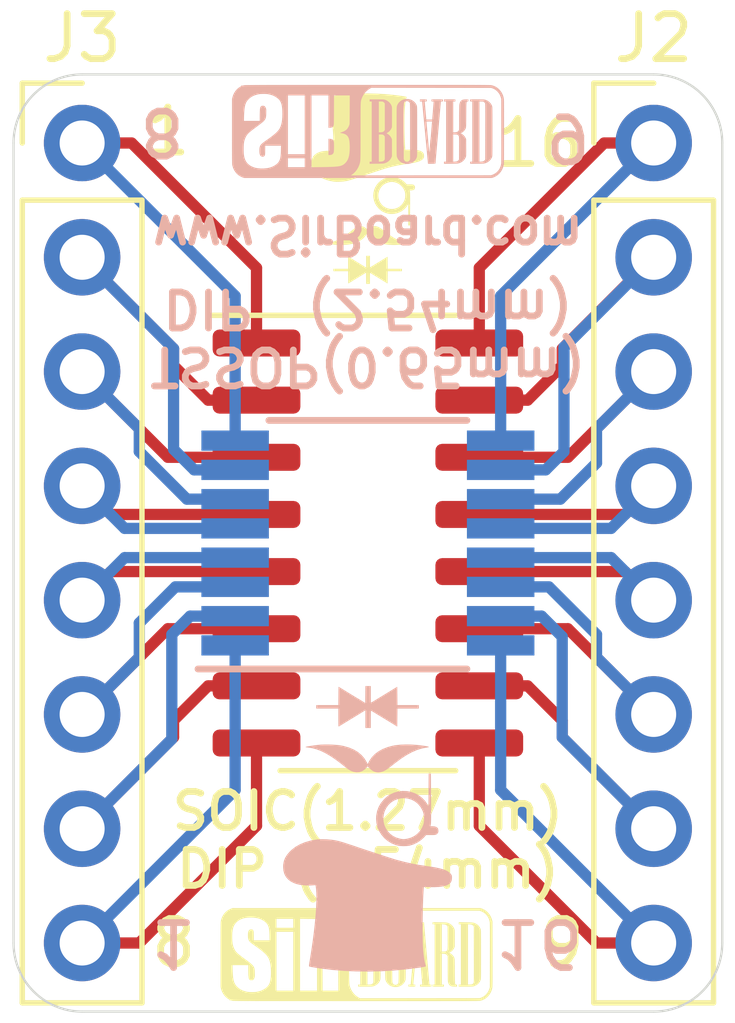
<source format=kicad_pcb>
(kicad_pcb (version 20171130) (host pcbnew "(5.1.2)-2")

  (general
    (thickness 1.6)
    (drawings 19)
    (tracks 92)
    (zones 0)
    (modules 8)
    (nets 17)
  )

  (page A4)
  (layers
    (0 F.Cu signal)
    (31 B.Cu signal)
    (32 B.Adhes user)
    (33 F.Adhes user hide)
    (34 B.Paste user)
    (35 F.Paste user hide)
    (36 B.SilkS user)
    (37 F.SilkS user)
    (38 B.Mask user)
    (39 F.Mask user hide)
    (40 Dwgs.User user)
    (41 Cmts.User user)
    (42 Eco1.User user)
    (43 Eco2.User user)
    (44 Edge.Cuts user)
    (45 Margin user hide)
    (46 B.CrtYd user hide)
    (47 F.CrtYd user hide)
    (48 B.Fab user hide)
    (49 F.Fab user hide)
  )

  (setup
    (last_trace_width 0.25)
    (trace_clearance 0.2)
    (zone_clearance 0.508)
    (zone_45_only no)
    (trace_min 0.2)
    (via_size 0.8)
    (via_drill 0.4)
    (via_min_size 0.4)
    (via_min_drill 0.3)
    (uvia_size 0.3)
    (uvia_drill 0.1)
    (uvias_allowed no)
    (uvia_min_size 0.2)
    (uvia_min_drill 0.1)
    (edge_width 0.05)
    (segment_width 0.2)
    (pcb_text_width 0.3)
    (pcb_text_size 1.5 1.5)
    (mod_edge_width 0.12)
    (mod_text_size 1 1)
    (mod_text_width 0.15)
    (pad_size 1.7 1.7)
    (pad_drill 1)
    (pad_to_mask_clearance 0.051)
    (solder_mask_min_width 0.25)
    (aux_axis_origin 0 0)
    (visible_elements 7FFFFFFF)
    (pcbplotparams
      (layerselection 0x010f0_ffffffff)
      (usegerberextensions false)
      (usegerberattributes false)
      (usegerberadvancedattributes false)
      (creategerberjobfile false)
      (excludeedgelayer false)
      (linewidth 0.100000)
      (plotframeref false)
      (viasonmask false)
      (mode 1)
      (useauxorigin false)
      (hpglpennumber 1)
      (hpglpenspeed 20)
      (hpglpendiameter 15.000000)
      (psnegative false)
      (psa4output false)
      (plotreference true)
      (plotvalue false)
      (plotinvisibletext false)
      (padsonsilk false)
      (subtractmaskfromsilk false)
      (outputformat 1)
      (mirror false)
      (drillshape 0)
      (scaleselection 1)
      (outputdirectory "../../Gerbers/DIP16Adapter/"))
  )

  (net 0 "")
  (net 1 "Net-(J1-Pad16)")
  (net 2 "Net-(J1-Pad15)")
  (net 3 "Net-(J1-Pad14)")
  (net 4 "Net-(J1-Pad13)")
  (net 5 "Net-(J1-Pad12)")
  (net 6 "Net-(J1-Pad11)")
  (net 7 "Net-(J1-Pad10)")
  (net 8 "Net-(J1-Pad9)")
  (net 9 "Net-(J1-Pad8)")
  (net 10 "Net-(J1-Pad7)")
  (net 11 "Net-(J1-Pad6)")
  (net 12 "Net-(J1-Pad5)")
  (net 13 "Net-(J1-Pad4)")
  (net 14 "Net-(J1-Pad3)")
  (net 15 "Net-(J1-Pad2)")
  (net 16 "Net-(J1-Pad1)")

  (net_class Default "This is the default net class."
    (clearance 0.2)
    (trace_width 0.25)
    (via_dia 0.8)
    (via_drill 0.4)
    (uvia_dia 0.3)
    (uvia_drill 0.1)
    (add_net "Net-(J1-Pad1)")
    (add_net "Net-(J1-Pad10)")
    (add_net "Net-(J1-Pad11)")
    (add_net "Net-(J1-Pad12)")
    (add_net "Net-(J1-Pad13)")
    (add_net "Net-(J1-Pad14)")
    (add_net "Net-(J1-Pad15)")
    (add_net "Net-(J1-Pad16)")
    (add_net "Net-(J1-Pad2)")
    (add_net "Net-(J1-Pad3)")
    (add_net "Net-(J1-Pad4)")
    (add_net "Net-(J1-Pad5)")
    (add_net "Net-(J1-Pad6)")
    (add_net "Net-(J1-Pad7)")
    (add_net "Net-(J1-Pad8)")
    (add_net "Net-(J1-Pad9)")
  )

  (module logo:SirBoard60x21 (layer B.Cu) (tedit 0) (tstamp 5D1E16D8)
    (at 194.31 70.866)
    (fp_text reference G*** (at 0 0) (layer B.SilkS) hide
      (effects (font (size 1.524 1.524) (thickness 0.3)) (justify mirror))
    )
    (fp_text value LOGO (at 0.75 0) (layer B.SilkS) hide
      (effects (font (size 1.524 1.524) (thickness 0.3)) (justify mirror))
    )
    (fp_poly (pts (xy 2.788138 1.015023) (xy 2.836214 0.992937) (xy 2.879777 0.9641) (xy 2.918447 0.928944)
      (xy 2.951846 0.887903) (xy 2.979595 0.84141) (xy 3.001315 0.789899) (xy 3.010132 0.761161)
      (xy 3.018482 0.730249) (xy 3.019671 0.016933) (xy 3.019824 -0.087335) (xy 3.019919 -0.183256)
      (xy 3.019956 -0.270953) (xy 3.019936 -0.350545) (xy 3.019856 -0.422154) (xy 3.019717 -0.485899)
      (xy 3.019519 -0.541902) (xy 3.019261 -0.590284) (xy 3.018941 -0.631165) (xy 3.018561 -0.664665)
      (xy 3.018119 -0.690906) (xy 3.017615 -0.710008) (xy 3.017048 -0.722091) (xy 3.016679 -0.726017)
      (xy 3.005352 -0.778593) (xy 2.986713 -0.828582) (xy 2.961056 -0.875346) (xy 2.928674 -0.918248)
      (xy 2.927651 -0.919412) (xy 2.89032 -0.956558) (xy 2.850439 -0.98594) (xy 2.807199 -1.008047)
      (xy 2.759788 -1.023371) (xy 2.753222 -1.024903) (xy 2.750798 -1.025412) (xy 2.748067 -1.025899)
      (xy 2.744856 -1.026364) (xy 2.740993 -1.026808) (xy 2.736303 -1.027231) (xy 2.730613 -1.027633)
      (xy 2.723751 -1.028015) (xy 2.715542 -1.028378) (xy 2.705814 -1.028722) (xy 2.694394 -1.029048)
      (xy 2.681107 -1.029355) (xy 2.665782 -1.029645) (xy 2.648244 -1.029917) (xy 2.62832 -1.030174)
      (xy 2.605837 -1.030414) (xy 2.580623 -1.030638) (xy 2.552502 -1.030847) (xy 2.521303 -1.031041)
      (xy 2.486852 -1.031222) (xy 2.448976 -1.031388) (xy 2.407501 -1.031541) (xy 2.362255 -1.031682)
      (xy 2.313063 -1.03181) (xy 2.259753 -1.031926) (xy 2.202152 -1.032031) (xy 2.140085 -1.032125)
      (xy 2.073381 -1.032209) (xy 2.001865 -1.032283) (xy 1.925365 -1.032347) (xy 1.843707 -1.032403)
      (xy 1.756717 -1.032449) (xy 1.664224 -1.032488) (xy 1.566052 -1.03252) (xy 1.46203 -1.032544)
      (xy 1.351984 -1.032562) (xy 1.23574 -1.032574) (xy 1.113125 -1.03258) (xy 0.983967 -1.032581)
      (xy 0.848091 -1.032577) (xy 0.705325 -1.032569) (xy 0.555495 -1.032558) (xy 0.398428 -1.032543)
      (xy 0.233951 -1.032525) (xy 0.06189 -1.032505) (xy 0.001954 -1.032498) (xy -0.175541 -1.032475)
      (xy -0.345384 -1.032449) (xy -0.507738 -1.03242) (xy -0.662768 -1.032386) (xy -0.810638 -1.032349)
      (xy -0.951511 -1.032307) (xy -1.08555 -1.03226) (xy -1.212919 -1.032208) (xy -1.333783 -1.032151)
      (xy -1.448304 -1.032087) (xy -1.556647 -1.032017) (xy -1.658975 -1.03194) (xy -1.755451 -1.031856)
      (xy -1.84624 -1.031764) (xy -1.931505 -1.031665) (xy -2.01141 -1.031557) (xy -2.086118 -1.03144)
      (xy -2.155793 -1.031315) (xy -2.220599 -1.03118) (xy -2.280699 -1.031036) (xy -2.336258 -1.030881)
      (xy -2.387438 -1.030716) (xy -2.434404 -1.03054) (xy -2.477319 -1.030353) (xy -2.516347 -1.030154)
      (xy -2.551652 -1.029943) (xy -2.583396 -1.029719) (xy -2.611744 -1.029483) (xy -2.63686 -1.029234)
      (xy -2.658908 -1.028971) (xy -2.67805 -1.028695) (xy -2.69445 -1.028404) (xy -2.708273 -1.028098)
      (xy -2.719682 -1.027778) (xy -2.72884 -1.027442) (xy -2.735912 -1.02709) (xy -2.74106 -1.026723)
      (xy -2.744449 -1.026338) (xy -2.745154 -1.026219) (xy -2.761114 -1.022871) (xy -2.775029 -1.019405)
      (xy -2.784319 -1.016477) (xy -2.785392 -1.016015) (xy -2.793774 -1.01262) (xy -2.797695 -1.012119)
      (xy -2.795886 -1.01457) (xy -2.794468 -1.015598) (xy -2.793058 -1.0181) (xy -2.799064 -1.01873)
      (xy -2.801037 -1.018647) (xy -2.810499 -1.017177) (xy -2.816081 -1.014657) (xy -2.815896 -1.013049)
      (xy -2.812838 -1.013949) (xy -2.806328 -1.01429) (xy -2.804271 -1.012647) (xy -2.806136 -1.008833)
      (xy -2.813412 -1.003616) (xy -2.81853 -1.000949) (xy -2.860585 -0.976627) (xy -2.899013 -0.945313)
      (xy -2.933173 -0.90784) (xy -2.962421 -0.86504) (xy -2.986117 -0.817747) (xy -3.00362 -0.766792)
      (xy -3.005947 -0.757767) (xy -3.014785 -0.721784) (xy -3.014785 -0.002117) (xy -3.014781 0.089697)
      (xy -3.014768 0.173434) (xy -3.014742 0.249486) (xy -3.014699 0.318242) (xy -3.014643 0.37266)
      (xy -2.765807 0.37266) (xy -2.765442 0.354946) (xy -2.763687 0.308701) (xy -2.760718 0.269242)
      (xy -2.75623 0.234942) (xy -2.749916 0.204178) (xy -2.741468 0.175326) (xy -2.73058 0.14676)
      (xy -2.722829 0.129256) (xy -2.713551 0.110105) (xy -2.703966 0.092593) (xy -2.693469 0.076125)
      (xy -2.681452 0.060106) (xy -2.66731 0.043942) (xy -2.650434 0.027038) (xy -2.630219 0.0088)
      (xy -2.606058 -0.011366) (xy -2.577344 -0.034056) (xy -2.54347 -0.059864) (xy -2.50383 -0.089384)
      (xy -2.487246 -0.101613) (xy -2.444174 -0.133385) (xy -2.407125 -0.16108) (xy -2.375637 -0.185342)
      (xy -2.349245 -0.206815) (xy -2.327487 -0.226145) (xy -2.309899 -0.243976) (xy -2.296019 -0.260952)
      (xy -2.285383 -0.277719) (xy -2.277527 -0.294922) (xy -2.271989 -0.313204) (xy -2.268305 -0.33321)
      (xy -2.266011 -0.355586) (xy -2.264646 -0.380976) (xy -2.263745 -0.410025) (xy -2.263673 -0.412751)
      (xy -2.263017 -0.44051) (xy -2.262781 -0.461399) (xy -2.263061 -0.477007) (xy -2.263957 -0.488924)
      (xy -2.265567 -0.498738) (xy -2.26799 -0.50804) (xy -2.269968 -0.514321) (xy -2.277235 -0.531863)
      (xy -2.28637 -0.547562) (xy -2.291305 -0.553823) (xy -2.300347 -0.562336) (xy -2.309555 -0.567067)
      (xy -2.322237 -0.569498) (xy -2.327413 -0.570018) (xy -2.350054 -0.569151) (xy -2.367742 -0.5619)
      (xy -2.380856 -0.548067) (xy -2.38508 -0.540273) (xy -2.389188 -0.526375) (xy -2.392592 -0.504069)
      (xy -2.39529 -0.473378) (xy -2.39728 -0.434326) (xy -2.398561 -0.386937) (xy -2.399131 -0.331233)
      (xy -2.399154 -0.322792) (xy -2.399323 -0.232834) (xy -2.758831 -0.232834) (xy -2.758744 -0.269876)
      (xy -2.758376 -0.299037) (xy -2.757457 -0.332082) (xy -2.756082 -0.367299) (xy -2.754343 -0.402977)
      (xy -2.752334 -0.437405) (xy -2.750147 -0.468871) (xy -2.747877 -0.495664) (xy -2.745617 -0.516072)
      (xy -2.745139 -0.519476) (xy -2.736835 -0.566014) (xy -2.726463 -0.605692) (xy -2.713419 -0.639967)
      (xy -2.6971 -0.670296) (xy -2.676901 -0.698136) (xy -2.665794 -0.710886) (xy -2.629294 -0.745916)
      (xy -2.58904 -0.775207) (xy -2.544283 -0.799155) (xy -2.494271 -0.818155) (xy -2.438253 -0.832602)
      (xy -2.432539 -0.833763) (xy -2.407682 -0.837474) (xy -2.377281 -0.840105) (xy -2.343545 -0.841629)
      (xy -2.308684 -0.842017) (xy -2.274908 -0.84124) (xy -2.244427 -0.839272) (xy -2.221523 -0.83644)
      (xy -2.16359 -0.823978) (xy -2.111129 -0.806549) (xy -2.062978 -0.783659) (xy -2.017975 -0.754814)
      (xy -2.003451 -0.743773) (xy -1.978396 -0.721468) (xy -1.957129 -0.696797) (xy -1.939424 -0.669034)
      (xy -1.925057 -0.637451) (xy -1.9138 -0.601322) (xy -1.905429 -0.55992) (xy -1.899717 -0.512519)
      (xy -1.896439 -0.458392) (xy -1.895369 -0.396811) (xy -1.895369 -0.395817) (xy -1.89685 -0.325866)
      (xy -1.901425 -0.263153) (xy -1.90925 -0.207073) (xy -1.92048 -0.157019) (xy -1.935272 -0.112384)
      (xy -1.953782 -0.072561) (xy -1.976166 -0.036943) (xy -1.993393 -0.01515) (xy -2.018338 0.011807)
      (xy -2.048109 0.040306) (xy -2.083125 0.070688) (xy -2.123803 0.103292) (xy -2.170559 0.13846)
      (xy -2.223812 0.17653) (xy -2.256222 0.198966) (xy -2.290898 0.223131) (xy -2.319376 0.24403)
      (xy -2.342345 0.262401) (xy -2.360494 0.278981) (xy -2.374511 0.294508) (xy -2.385086 0.309721)
      (xy -2.392906 0.325356) (xy -2.39866 0.342153) (xy -2.401822 0.354975) (xy -2.405144 0.376876)
      (xy -2.406934 0.40314) (xy -2.407233 0.431263) (xy -2.406086 0.458737) (xy -2.403534 0.483057)
      (xy -2.399622 0.501716) (xy -2.399291 0.502768) (xy -2.390143 0.525121) (xy -2.379001 0.540228)
      (xy -2.364653 0.549266) (xy -2.347315 0.553264) (xy -2.333406 0.554208) (xy -2.323762 0.552721)
      (xy -2.314994 0.548083) (xy -2.31167 0.545705) (xy -2.304767 0.540265) (xy -2.299362 0.534685)
      (xy -2.295253 0.527888) (xy -2.292241 0.5188) (xy -2.290126 0.506344) (xy -2.288708 0.489444)
      (xy -2.287788 0.467025) (xy -2.287165 0.438011) (xy -2.286779 0.411691) (xy -2.28539 0.309033)
      (xy -1.925465 0.309033) (xy -1.927583 0.411691) (xy -1.929183 0.464104) (xy -1.931735 0.508)
      (xy -1.781908 0.508) (xy -1.781908 -0.808567) (xy -1.398954 -0.808567) (xy -1.258277 -0.808567)
      (xy -0.871416 -0.808567) (xy -0.871416 -0.087691) (xy -0.840313 -0.09) (xy -0.814959 -0.093398)
      (xy -0.795955 -0.099794) (xy -0.782117 -0.109929) (xy -0.772261 -0.124548) (xy -0.767862 -0.135497)
      (xy -0.766412 -0.140073) (xy -0.76515 -0.144987) (xy -0.76406 -0.150837) (xy -0.763128 -0.158223)
      (xy -0.762336 -0.167743) (xy -0.761671 -0.179996) (xy -0.761116 -0.195582) (xy -0.760656 -0.2151)
      (xy -0.760276 -0.239149) (xy -0.759961 -0.268327) (xy -0.759695 -0.303234) (xy -0.759462 -0.344469)
      (xy -0.759247 -0.392632) (xy -0.759036 -0.44832) (xy -0.75891 -0.483659) (xy -0.757774 -0.808567)
      (xy -0.398179 -0.808567) (xy -0.399359 -0.487892) (xy -0.399581 -0.428205) (xy -0.39979 -0.376378)
      (xy -0.400003 -0.331806) (xy -0.400237 -0.293884) (xy -0.40051 -0.262006) (xy -0.400839 -0.235566)
      (xy -0.401241 -0.213958) (xy -0.401734 -0.196576) (xy -0.402336 -0.182816) (xy -0.403063 -0.172071)
      (xy -0.403933 -0.163735) (xy -0.404964 -0.157203) (xy -0.406173 -0.151868) (xy -0.407576 -0.147127)
      (xy -0.409193 -0.142371) (xy -0.409286 -0.142104) (xy -0.427819 -0.099719) (xy -0.451983 -0.062114)
      (xy -0.46319 -0.048577) (xy -0.482915 -0.030609) (xy -0.508974 -0.013284) (xy -0.53989 0.002552)
      (xy -0.574185 0.016052) (xy -0.578339 0.017436) (xy -0.607646 0.027016) (xy -0.577667 0.032108)
      (xy -0.53872 0.040805) (xy -0.506133 0.052774) (xy -0.478897 0.068467) (xy -0.458881 0.085391)
      (xy -0.44311 0.104036) (xy -0.43001 0.126174) (xy -0.419422 0.152517) (xy -0.411189 0.183776)
      (xy -0.405153 0.220661) (xy -0.401154 0.263884) (xy -0.399036 0.314156) (xy -0.398585 0.356343)
      (xy -0.400196 0.422856) (xy -0.405144 0.482181) (xy -0.413601 0.534867) (xy -0.425738 0.581469)
      (xy -0.441728 0.622537) (xy -0.461741 0.658624) (xy -0.485951 0.690281) (xy -0.509954 0.714116)
      (xy -0.523903 0.725847) (xy -0.537945 0.736314) (xy -0.552594 0.745598) (xy -0.568363 0.753776)
      (xy -0.585766 0.760926) (xy -0.605318 0.767128) (xy -0.62753 0.77246) (xy -0.652916 0.776999)
      (xy -0.681991 0.780826) (xy -0.715268 0.784017) (xy -0.75326 0.786652) (xy -0.796481 0.788808)
      (xy -0.845444 0.790565) (xy -0.900663 0.792001) (xy -0.962652 0.793194) (xy -1.031923 0.794223)
      (xy -1.034562 0.794258) (xy -1.258277 0.797215) (xy -1.258277 -0.808567) (xy -1.398954 -0.808567)
      (xy -1.398954 0.508) (xy -1.781908 0.508) (xy -1.931735 0.508) (xy -1.931799 0.509097)
      (xy -1.935648 0.547673) (xy -1.94095 0.580836) (xy -1.94792 0.609587) (xy -1.956779 0.63493)
      (xy -1.967743 0.657868) (xy -1.98103 0.679403) (xy -1.987819 0.688895) (xy -2.008951 0.712411)
      (xy -2.036509 0.735458) (xy -2.069109 0.757205) (xy -2.105369 0.776818) (xy -2.143905 0.793464)
      (xy -2.151248 0.795866) (xy -1.781908 0.795866) (xy -1.781908 0.588433) (xy -1.398954 0.588433)
      (xy -1.398954 0.795866) (xy -1.781908 0.795866) (xy -2.151248 0.795866) (xy -2.182446 0.80607)
      (xy -2.227391 0.815876) (xy -2.276843 0.822326) (xy -2.328772 0.825415) (xy -2.381152 0.825136)
      (xy -2.431953 0.821485) (xy -2.479147 0.814457) (xy -2.511089 0.806928) (xy -2.561316 0.789478)
      (xy -2.60663 0.767036) (xy -2.646484 0.739976) (xy -2.680331 0.708671) (xy -2.707625 0.673496)
      (xy -2.708756 0.671724) (xy -2.725699 0.641297) (xy -2.739451 0.608225) (xy -2.750167 0.571637)
      (xy -2.758005 0.530659) (xy -2.76312 0.484418) (xy -2.765668 0.432043) (xy -2.765807 0.37266)
      (xy -3.014643 0.37266) (xy -3.014635 0.380092) (xy -3.014548 0.435428) (xy -3.014433 0.484638)
      (xy -3.014287 0.528115) (xy -3.014106 0.566247) (xy -3.013887 0.599425) (xy -3.013626 0.62804)
      (xy -3.013319 0.652482) (xy -3.012964 0.673141) (xy -3.012555 0.690408) (xy -3.012091 0.704672)
      (xy -3.011566 0.716325) (xy -3.010979 0.725756) (xy -3.010324 0.733356) (xy -3.009598 0.739515)
      (xy -3.008798 0.744624) (xy -3.007921 0.749072) (xy -3.007871 0.749299) (xy -2.992432 0.802364)
      (xy -2.970334 0.851428) (xy -2.942063 0.895929) (xy -2.908104 0.935304) (xy -2.868942 0.968989)
      (xy -2.854777 0.977844) (xy -0.396631 0.977844) (xy -0.37132 0.962562) (xy -0.326591 0.930775)
      (xy -0.28635 0.892384) (xy -0.251131 0.848092) (xy -0.221471 0.798598) (xy -0.197906 0.744605)
      (xy -0.192265 0.728133) (xy -0.189053 0.718228) (xy -0.186137 0.709122) (xy -0.183505 0.70038)
      (xy -0.18114 0.691568) (xy -0.179029 0.682251) (xy -0.177157 0.671996) (xy -0.175511 0.660367)
      (xy -0.174074 0.64693) (xy -0.172834 0.631252) (xy -0.171776 0.612897) (xy -0.170885 0.591431)
      (xy -0.170147 0.56642) (xy -0.169548 0.53743) (xy -0.169073 0.504026) (xy -0.168707 0.465774)
      (xy -0.168437 0.422239) (xy -0.168249 0.372988) (xy -0.168126 0.317585) (xy -0.168056 0.255596)
      (xy -0.168024 0.186588) (xy -0.168016 0.110125) (xy -0.168017 0.025773) (xy -0.168016 -0.003921)
      (xy -0.168013 -0.090826) (xy -0.168001 -0.169694) (xy -0.167968 -0.240956) (xy -0.167902 -0.305041)
      (xy -0.167792 -0.36238) (xy -0.167626 -0.413403) (xy -0.167393 -0.45854) (xy -0.16708 -0.498222)
      (xy -0.166677 -0.532877) (xy -0.166171 -0.562937) (xy -0.165552 -0.588831) (xy -0.164807 -0.61099)
      (xy -0.163924 -0.629843) (xy -0.162893 -0.645821) (xy -0.161701 -0.659355) (xy -0.160337 -0.670873)
      (xy -0.158789 -0.680806) (xy -0.157045 -0.689585) (xy -0.155095 -0.697639) (xy -0.152926 -0.705399)
      (xy -0.150526 -0.713294) (xy -0.148669 -0.71924) (xy -0.127731 -0.773228) (xy -0.100092 -0.823375)
      (xy -0.066306 -0.868995) (xy -0.026926 -0.909398) (xy 0.017496 -0.943897) (xy 0.045786 -0.96117)
      (xy 0.076115 -0.977973) (xy 1.40868 -0.976878) (xy 2.741246 -0.975784) (xy 2.772507 -0.96425)
      (xy 2.809332 -0.947928) (xy 2.841947 -0.927193) (xy 2.872703 -0.900438) (xy 2.88583 -0.886805)
      (xy 2.90901 -0.859614) (xy 2.926983 -0.833307) (xy 2.941493 -0.804901) (xy 2.954282 -0.771411)
      (xy 2.955642 -0.76734) (xy 2.967892 -0.73025) (xy 2.968985 -0.016934) (xy 2.96912 0.075242)
      (xy 2.969229 0.159336) (xy 2.969308 0.235735) (xy 2.969356 0.304823) (xy 2.969369 0.366986)
      (xy 2.969346 0.42261) (xy 2.969283 0.47208) (xy 2.969179 0.515781) (xy 2.96903 0.554098)
      (xy 2.968833 0.587418) (xy 2.968587 0.616126) (xy 2.968289 0.640606) (xy 2.967936 0.661245)
      (xy 2.967526 0.678428) (xy 2.967056 0.69254) (xy 2.966524 0.703967) (xy 2.965926 0.713094)
      (xy 2.965261 0.720306) (xy 2.964525 0.725989) (xy 2.964023 0.728969) (xy 2.951084 0.778026)
      (xy 2.93144 0.823049) (xy 2.905465 0.863593) (xy 2.873532 0.899215) (xy 2.836013 0.929473)
      (xy 2.79328 0.953923) (xy 2.764692 0.96584) (xy 2.737338 0.975783) (xy 1.170354 0.976813)
      (xy -0.396631 0.977844) (xy -2.854777 0.977844) (xy -2.82506 0.99642) (xy -2.777651 1.016795)
      (xy -2.749062 1.026583) (xy 2.756877 1.026583) (xy 2.788138 1.015023)) (layer B.SilkS) (width 0.01))
    (fp_poly (pts (xy 0.891019 0.714801) (xy 0.920325 0.71094) (xy 0.934739 0.707323) (xy 0.971854 0.692264)
      (xy 1.005579 0.671536) (xy 1.034955 0.646035) (xy 1.059025 0.616661) (xy 1.076831 0.58431)
      (xy 1.082664 0.568648) (xy 1.083763 0.564979) (xy 1.08475 0.560956) (xy 1.085632 0.55613)
      (xy 1.086414 0.550052) (xy 1.087103 0.542274) (xy 1.087703 0.532346) (xy 1.088222 0.519818)
      (xy 1.088666 0.504242) (xy 1.089039 0.48517) (xy 1.089349 0.46215) (xy 1.0896 0.434735)
      (xy 1.0898 0.402476) (xy 1.089954 0.364923) (xy 1.090068 0.321627) (xy 1.090148 0.272139)
      (xy 1.090199 0.21601) (xy 1.090229 0.15279) (xy 1.090242 0.082032) (xy 1.090246 0.003285)
      (xy 1.090246 -0.002117) (xy 1.090243 -0.081398) (xy 1.09023 -0.152662) (xy 1.090202 -0.216358)
      (xy 1.090152 -0.272934) (xy 1.090074 -0.322839) (xy 1.089963 -0.366524) (xy 1.089811 -0.404436)
      (xy 1.089615 -0.437026) (xy 1.089367 -0.464742) (xy 1.089061 -0.488033) (xy 1.088692 -0.507349)
      (xy 1.088254 -0.523138) (xy 1.08774 -0.53585) (xy 1.087144 -0.545934) (xy 1.086462 -0.553838)
      (xy 1.085686 -0.560012) (xy 1.084811 -0.564906) (xy 1.08383 -0.568967) (xy 1.082739 -0.572646)
      (xy 1.082664 -0.572883) (xy 1.068054 -0.606382) (xy 1.046795 -0.637333) (xy 1.01991 -0.664791)
      (xy 0.988426 -0.687807) (xy 0.953365 -0.705436) (xy 0.930922 -0.713067) (xy 0.909817 -0.717102)
      (xy 0.884198 -0.719158) (xy 0.85679 -0.719267) (xy 0.83032 -0.717462) (xy 0.807518 -0.713776)
      (xy 0.799123 -0.711493) (xy 0.761135 -0.696124) (xy 0.728497 -0.675907) (xy 0.699557 -0.649757)
      (xy 0.691537 -0.640812) (xy 0.674287 -0.618728) (xy 0.661803 -0.597406) (xy 0.652106 -0.57333)
      (xy 0.650135 -0.567267) (xy 0.649068 -0.563603) (xy 0.64811 -0.559452) (xy 0.647255 -0.554365)
      (xy 0.646498 -0.547891) (xy 0.645831 -0.539579) (xy 0.64525 -0.528979) (xy 0.644749 -0.515641)
      (xy 0.644321 -0.499113) (xy 0.643961 -0.478946) (xy 0.643664 -0.454688) (xy 0.643422 -0.425889)
      (xy 0.643231 -0.3921) (xy 0.643085 -0.352868) (xy 0.642977 -0.307743) (xy 0.642902 -0.256276)
      (xy 0.642854 -0.198015) (xy 0.642844 -0.170481) (xy 0.790065 -0.170481) (xy 0.790071 -0.250004)
      (xy 0.790145 -0.321961) (xy 0.790289 -0.386251) (xy 0.790501 -0.442774) (xy 0.79078 -0.491429)
      (xy 0.791128 -0.532117) (xy 0.791542 -0.564737) (xy 0.792023 -0.589189) (xy 0.792569 -0.605373)
      (xy 0.793169 -0.613113) (xy 0.797277 -0.629151) (xy 0.803306 -0.644032) (xy 0.806731 -0.649899)
      (xy 0.823063 -0.666544) (xy 0.843201 -0.677008) (xy 0.865339 -0.681003) (xy 0.887673 -0.678244)
      (xy 0.908398 -0.668442) (xy 0.911085 -0.666479) (xy 0.922416 -0.655874) (xy 0.931934 -0.643773)
      (xy 0.934511 -0.6393) (xy 0.9355 -0.637036) (xy 0.936395 -0.634198) (xy 0.9372 -0.630372)
      (xy 0.937921 -0.625146) (xy 0.938561 -0.618106) (xy 0.939126 -0.608839) (xy 0.939621 -0.596932)
      (xy 0.940049 -0.581972) (xy 0.940416 -0.563546) (xy 0.940726 -0.541241) (xy 0.940984 -0.514644)
      (xy 0.941196 -0.483342) (xy 0.941364 -0.446921) (xy 0.941496 -0.404969) (xy 0.941594 -0.357073)
      (xy 0.941663 -0.302819) (xy 0.941709 -0.241795) (xy 0.941737 -0.173587) (xy 0.94175 -0.097783)
      (xy 0.941753 -0.013969) (xy 0.941754 -0.004578) (xy 0.941754 0.615393) (xy 0.933465 0.633942)
      (xy 0.920898 0.654067) (xy 0.904022 0.667389) (xy 0.882413 0.674173) (xy 0.867507 0.675216)
      (xy 0.843284 0.672274) (xy 0.824026 0.663102) (xy 0.808931 0.647184) (xy 0.800573 0.632104)
      (xy 0.791307 0.611716) (xy 0.790265 0.010866) (xy 0.79013 -0.083491) (xy 0.790065 -0.170481)
      (xy 0.642844 -0.170481) (xy 0.642828 -0.132511) (xy 0.642817 -0.059311) (xy 0.642815 -0.002117)
      (xy 0.642818 0.07682) (xy 0.642833 0.147741) (xy 0.642863 0.211096) (xy 0.642917 0.267338)
      (xy 0.642998 0.316915) (xy 0.643114 0.360279) (xy 0.643271 0.397881) (xy 0.643473 0.430171)
      (xy 0.643728 0.4576) (xy 0.644041 0.480618) (xy 0.644418 0.499677) (xy 0.644864 0.515228)
      (xy 0.645386 0.527719) (xy 0.645991 0.537604) (xy 0.646682 0.545331) (xy 0.647467 0.551353)
      (xy 0.648352 0.556119) (xy 0.649342 0.56008) (xy 0.650233 0.563033) (xy 0.665879 0.599456)
      (xy 0.688113 0.63236) (xy 0.716135 0.660977) (xy 0.749143 0.684542) (xy 0.786336 0.702289)
      (xy 0.801104 0.707259) (xy 0.828319 0.712959) (xy 0.85932 0.715474) (xy 0.891019 0.714801)) (layer B.SilkS) (width 0.01))
    (fp_poly (pts (xy 0.194407 0.710029) (xy 0.233611 0.709461) (xy 0.265868 0.708891) (xy 0.292045 0.708269)
      (xy 0.313012 0.707545) (xy 0.329636 0.706668) (xy 0.342784 0.705586) (xy 0.353327 0.70425)
      (xy 0.36213 0.70261) (xy 0.370063 0.700613) (xy 0.373579 0.699585) (xy 0.412436 0.684062)
      (xy 0.447361 0.66248) (xy 0.477464 0.635587) (xy 0.501851 0.604132) (xy 0.514166 0.5817)
      (xy 0.529492 0.548983) (xy 0.529492 0.17145) (xy 0.516818 0.143386) (xy 0.501431 0.116889)
      (xy 0.480428 0.091454) (xy 0.455936 0.069311) (xy 0.430691 0.053004) (xy 0.418592 0.046474)
      (xy 0.409902 0.041202) (xy 0.406437 0.038293) (xy 0.406433 0.038245) (xy 0.409645 0.035329)
      (xy 0.418105 0.02969) (xy 0.430103 0.022457) (xy 0.432342 0.021166) (xy 0.461777 0.000573)
      (xy 0.487544 -0.024845) (xy 0.508033 -0.053345) (xy 0.5168 -0.070453) (xy 0.529492 -0.099484)
      (xy 0.530604 -0.319143) (xy 0.530833 -0.368652) (xy 0.530965 -0.410434) (xy 0.530985 -0.445229)
      (xy 0.530875 -0.473779) (xy 0.53062 -0.496821) (xy 0.530203 -0.515097) (xy 0.529607 -0.529346)
      (xy 0.528816 -0.540308) (xy 0.527814 -0.548723) (xy 0.526583 -0.555331) (xy 0.525238 -0.560443)
      (xy 0.51094 -0.594909) (xy 0.489951 -0.626595) (xy 0.463196 -0.654636) (xy 0.431597 -0.678165)
      (xy 0.396079 -0.696318) (xy 0.371287 -0.704835) (xy 0.363855 -0.706528) (xy 0.354286 -0.707908)
      (xy 0.341804 -0.709004) (xy 0.325627 -0.709843) (xy 0.304977 -0.710453) (xy 0.279075 -0.710863)
      (xy 0.247143 -0.711101) (xy 0.2084 -0.711196) (xy 0.195797 -0.7112) (xy 0.042984 -0.7112)
      (xy 0.042984 -0.6731) (xy 0.089877 -0.6731) (xy 0.238369 -0.6731) (xy 0.282074 -0.6731)
      (xy 0.302916 -0.672822) (xy 0.317931 -0.671796) (xy 0.329097 -0.669737) (xy 0.33839 -0.666362)
      (xy 0.342329 -0.664421) (xy 0.35548 -0.655232) (xy 0.367535 -0.643216) (xy 0.36994 -0.640079)
      (xy 0.381 -0.624417) (xy 0.381 -0.035366) (xy 0.370511 -0.018196) (xy 0.359265 -0.003588)
      (xy 0.345172 0.007059) (xy 0.32697 0.014286) (xy 0.303398 0.018633) (xy 0.280594 0.020369)
      (xy 0.238369 0.022254) (xy 0.238369 -0.6731) (xy 0.089877 -0.6731) (xy 0.089877 0.059266)
      (xy 0.238369 0.059266) (xy 0.282074 0.059266) (xy 0.302916 0.059545) (xy 0.317931 0.060571)
      (xy 0.329097 0.062629) (xy 0.33839 0.066005) (xy 0.342329 0.067946) (xy 0.35548 0.077135)
      (xy 0.367535 0.089151) (xy 0.36994 0.092288) (xy 0.381 0.10795) (xy 0.381 0.616568)
      (xy 0.370511 0.633737) (xy 0.359265 0.648346) (xy 0.345172 0.658992) (xy 0.32697 0.666219)
      (xy 0.303398 0.670567) (xy 0.280594 0.672302) (xy 0.238369 0.674187) (xy 0.238369 0.059266)
      (xy 0.089877 0.059266) (xy 0.089877 0.673099) (xy 0.042984 0.673099) (xy 0.042984 0.712089)
      (xy 0.194407 0.710029)) (layer B.SilkS) (width 0.01))
    (fp_poly (pts (xy 1.388122 0.71162) (xy 1.408859 0.711386) (xy 1.430226 0.710965) (xy 1.450798 0.710386)
      (xy 1.469148 0.709675) (xy 1.483853 0.708861) (xy 1.493487 0.707972) (xy 1.496646 0.707105)
      (xy 1.497009 0.70223) (xy 1.498068 0.689472) (xy 1.499773 0.669379) (xy 1.502078 0.642494)
      (xy 1.504935 0.609366) (xy 1.508295 0.570538) (xy 1.51211 0.526558) (xy 1.516334 0.477972)
      (xy 1.520918 0.425324) (xy 1.525814 0.369162) (xy 1.530975 0.310031) (xy 1.536352 0.248477)
      (xy 1.541898 0.185046) (xy 1.547565 0.120284) (xy 1.553305 0.054737) (xy 1.55907 -0.011049)
      (xy 1.564812 -0.076528) (xy 1.570484 -0.141155) (xy 1.576038 -0.204383) (xy 1.581426 -0.265666)
      (xy 1.5866 -0.324458) (xy 1.591512 -0.380214) (xy 1.596114 -0.432387) (xy 1.600359 -0.480432)
      (xy 1.604198 -0.523802) (xy 1.607585 -0.561952) (xy 1.61047 -0.594336) (xy 1.612806 -0.620407)
      (xy 1.614546 -0.63962) (xy 1.615641 -0.651429) (xy 1.616013 -0.655109) (xy 1.618263 -0.6731)
      (xy 1.660769 -0.6731) (xy 1.660769 -0.7112) (xy 1.418492 -0.7112) (xy 1.418492 -0.6731)
      (xy 1.441938 -0.6731) (xy 1.454917 -0.672925) (xy 1.461922 -0.671753) (xy 1.464796 -0.668617)
      (xy 1.46538 -0.66255) (xy 1.465384 -0.660787) (xy 1.465035 -0.654067) (xy 1.464036 -0.639846)
      (xy 1.462461 -0.619053) (xy 1.460384 -0.592618) (xy 1.457878 -0.561469) (xy 1.455016 -0.526537)
      (xy 1.451874 -0.48875) (xy 1.449754 -0.463551) (xy 1.446478 -0.424618) (xy 1.443435 -0.388108)
      (xy 1.440699 -0.354923) (xy 1.438341 -0.325965) (xy 1.436436 -0.302136) (xy 1.435057 -0.284339)
      (xy 1.434275 -0.273476) (xy 1.434123 -0.270547) (xy 1.433715 -0.267672) (xy 1.431786 -0.265573)
      (xy 1.427277 -0.264129) (xy 1.419131 -0.263218) (xy 1.406289 -0.262718) (xy 1.387693 -0.262508)
      (xy 1.363784 -0.262467) (xy 1.341315 -0.262605) (xy 1.321815 -0.262988) (xy 1.306518 -0.263571)
      (xy 1.296657 -0.264306) (xy 1.293446 -0.265088) (xy 1.293072 -0.26971) (xy 1.292003 -0.281908)
      (xy 1.290314 -0.300831) (xy 1.288082 -0.325629) (xy 1.285384 -0.355453) (xy 1.282297 -0.389452)
      (xy 1.278897 -0.426776) (xy 1.275861 -0.460015) (xy 1.272243 -0.499811) (xy 1.268875 -0.537277)
      (xy 1.265836 -0.571517) (xy 1.263204 -0.601636) (xy 1.261055 -0.626737) (xy 1.259469 -0.645925)
      (xy 1.258522 -0.658304) (xy 1.258277 -0.662711) (xy 1.258859 -0.668664) (xy 1.261879 -0.671763)
      (xy 1.269247 -0.672933) (xy 1.279769 -0.6731) (xy 1.301261 -0.6731) (xy 1.301261 -0.7112)
      (xy 1.160584 -0.7112) (xy 1.160584 -0.673505) (xy 1.184864 -0.672244) (xy 1.209144 -0.670984)
      (xy 1.251664 -0.221192) (xy 1.297244 -0.221192) (xy 1.297875 -0.223894) (xy 1.300393 -0.225849)
      (xy 1.305873 -0.227177) (xy 1.31539 -0.227997) (xy 1.330018 -0.228427) (xy 1.350833 -0.228586)
      (xy 1.364322 -0.228601) (xy 1.431291 -0.228601) (xy 1.429023 -0.206376) (xy 1.428204 -0.197455)
      (xy 1.426797 -0.181104) (xy 1.424883 -0.158327) (xy 1.422547 -0.130131) (xy 1.41987 -0.097519)
      (xy 1.416938 -0.061498) (xy 1.413831 -0.023072) (xy 1.412147 -0.002117) (xy 1.409015 0.03625)
      (xy 1.405998 0.071963) (xy 1.403177 0.104148) (xy 1.400634 0.131932) (xy 1.39845 0.154442)
      (xy 1.396706 0.170805) (xy 1.395483 0.180148) (xy 1.39502 0.182033) (xy 1.394141 0.186579)
      (xy 1.392702 0.198647) (xy 1.390789 0.217322) (xy 1.388487 0.241689) (xy 1.385882 0.270832)
      (xy 1.38306 0.303837) (xy 1.380107 0.339786) (xy 1.379264 0.350308) (xy 1.3763 0.386819)
      (xy 1.373457 0.420555) (xy 1.370819 0.450616) (xy 1.368468 0.476102) (xy 1.366488 0.496113)
      (xy 1.364965 0.50975) (xy 1.36398 0.516111) (xy 1.363806 0.516466) (xy 1.363188 0.512374)
      (xy 1.361899 0.500589) (xy 1.360005 0.481846) (xy 1.357573 0.45688) (xy 1.354668 0.426428)
      (xy 1.351358 0.391224) (xy 1.347708 0.352004) (xy 1.343786 0.309503) (xy 1.339656 0.264458)
      (xy 1.335387 0.217603) (xy 1.331043 0.169674) (xy 1.326692 0.121406) (xy 1.3224 0.073535)
      (xy 1.318233 0.026797) (xy 1.314257 -0.018074) (xy 1.31054 -0.060341) (xy 1.307146 -0.099269)
      (xy 1.304144 -0.134123) (xy 1.301598 -0.164167) (xy 1.299576 -0.188666) (xy 1.298143 -0.206884)
      (xy 1.297366 -0.218086) (xy 1.297244 -0.221192) (xy 1.251664 -0.221192) (xy 1.274375 0.01905)
      (xy 1.28152 0.094612) (xy 1.28845 0.167874) (xy 1.295124 0.238394) (xy 1.3015 0.305731)
      (xy 1.307536 0.369442) (xy 1.313189 0.429087) (xy 1.318419 0.484225) (xy 1.323183 0.534413)
      (xy 1.32744 0.579211) (xy 1.331146 0.618178) (xy 1.334262 0.650871) (xy 1.336744 0.67685)
      (xy 1.33855 0.695673) (xy 1.33964 0.706898) (xy 1.339972 0.710141) (xy 1.343939 0.710928)
      (xy 1.354237 0.711419) (xy 1.369439 0.71164) (xy 1.388122 0.71162)) (layer B.SilkS) (width 0.01))
    (fp_poly (pts (xy 1.847361 0.710029) (xy 1.887767 0.709408) (xy 1.92115 0.708752) (xy 1.948301 0.708021)
      (xy 1.970012 0.707175) (xy 1.987075 0.706171) (xy 2.000282 0.70497) (xy 2.010425 0.703529)
      (xy 2.018295 0.701808) (xy 2.020967 0.701037) (xy 2.06028 0.685251) (xy 2.09538 0.663867)
      (xy 2.125541 0.637572) (xy 2.150036 0.607055) (xy 2.168138 0.573002) (xy 2.174219 0.556011)
      (xy 2.175852 0.549925) (xy 2.177184 0.542854) (xy 2.178237 0.53396) (xy 2.179034 0.52241)
      (xy 2.179597 0.507367) (xy 2.179948 0.487996) (xy 2.180112 0.463462) (xy 2.180109 0.432929)
      (xy 2.179963 0.395561) (xy 2.179711 0.352811) (xy 2.178538 0.17145) (xy 2.165864 0.143386)
      (xy 2.150477 0.116889) (xy 2.129475 0.091454) (xy 2.104982 0.069311) (xy 2.079737 0.053004)
      (xy 2.067622 0.046381) (xy 2.058917 0.040879) (xy 2.05545 0.037656) (xy 2.055446 0.0376)
      (xy 2.058718 0.034352) (xy 2.066641 0.030469) (xy 2.067123 0.030284) (xy 2.086002 0.020492)
      (xy 2.106685 0.005436) (xy 2.126911 -0.012914) (xy 2.144424 -0.032587) (xy 2.152842 -0.044451)
      (xy 2.15786 -0.05232) (xy 2.162178 -0.059295) (xy 2.165853 -0.066045) (xy 2.168942 -0.073243)
      (xy 2.171501 -0.08156) (xy 2.173588 -0.091668) (xy 2.17526 -0.104238) (xy 2.176574 -0.119942)
      (xy 2.177586 -0.139452) (xy 2.178353 -0.163438) (xy 2.178933 -0.192573) (xy 2.179383 -0.227528)
      (xy 2.179759 -0.268974) (xy 2.180118 -0.317584) (xy 2.180492 -0.370417) (xy 2.180899 -0.426229)
      (xy 2.181283 -0.474203) (xy 2.181684 -0.514965) (xy 2.182142 -0.549145) (xy 2.182699 -0.577368)
      (xy 2.183395 -0.600264) (xy 2.18427 -0.61846) (xy 2.185365 -0.632583) (xy 2.186721 -0.643261)
      (xy 2.188377 -0.651123) (xy 2.190375 -0.656795) (xy 2.192755 -0.660906) (xy 2.195558 -0.664082)
      (xy 2.198824 -0.666952) (xy 2.199692 -0.667674) (xy 2.208242 -0.671657) (xy 2.216638 -0.672966)
      (xy 2.223206 -0.673692) (xy 2.22635 -0.677175) (xy 2.227322 -0.685697) (xy 2.227384 -0.692547)
      (xy 2.227384 -0.711994) (xy 2.1717 -0.710255) (xy 2.148169 -0.709328) (xy 2.130818 -0.708086)
      (xy 2.118014 -0.706289) (xy 2.108122 -0.703698) (xy 2.099507 -0.700074) (xy 2.09843 -0.699532)
      (xy 2.076068 -0.684269) (xy 2.05877 -0.663655) (xy 2.046239 -0.637144) (xy 2.038174 -0.60419)
      (xy 2.035719 -0.585075) (xy 2.035066 -0.574123) (xy 2.03445 -0.555583) (xy 2.03388 -0.530336)
      (xy 2.033369 -0.499261) (xy 2.032926 -0.463237) (xy 2.032564 -0.423145) (xy 2.032293 -0.379863)
      (xy 2.032124 -0.334272) (xy 2.032069 -0.293988) (xy 2.032 -0.039758) (xy 2.02072 -0.020489)
      (xy 2.009492 -0.005039) (xy 1.995725 0.006183) (xy 1.978089 0.013787) (xy 1.955257 0.018381)
      (xy 1.931688 0.020331) (xy 1.891323 0.022276) (xy 1.891323 -0.6731) (xy 1.938215 -0.6731)
      (xy 1.938215 -0.7112) (xy 1.695938 -0.7112) (xy 1.695938 -0.6731) (xy 1.74283 -0.6731)
      (xy 1.74283 0.058576) (xy 1.891323 0.058576) (xy 1.93982 0.059979) (xy 1.960137 0.060649)
      (xy 1.974324 0.061523) (xy 1.984065 0.062983) (xy 1.991044 0.065406) (xy 1.996943 0.069173)
      (xy 2.002909 0.074189) (xy 2.008825 0.079275) (xy 2.013887 0.083808) (xy 2.018158 0.088451)
      (xy 2.021703 0.09387) (xy 2.024585 0.100732) (xy 2.026868 0.109701) (xy 2.028616 0.121444)
      (xy 2.029893 0.136625) (xy 2.030762 0.155909) (xy 2.031286 0.179964) (xy 2.031531 0.209453)
      (xy 2.031559 0.245043) (xy 2.031434 0.287399) (xy 2.03122 0.337186) (xy 2.031087 0.368299)
      (xy 2.030046 0.620183) (xy 2.018986 0.635845) (xy 2.006199 0.650318) (xy 1.990543 0.660683)
      (xy 1.970655 0.667507) (xy 1.945176 0.671358) (xy 1.931688 0.672264) (xy 1.891323 0.674209)
      (xy 1.891323 0.058576) (xy 1.74283 0.058576) (xy 1.74283 0.673099) (xy 1.695938 0.673099)
      (xy 1.695938 0.712148) (xy 1.847361 0.710029)) (layer B.SilkS) (width 0.01))
    (fp_poly (pts (xy 2.429607 0.710029) (xy 2.470013 0.709408) (xy 2.503396 0.708752) (xy 2.530547 0.708021)
      (xy 2.552258 0.707175) (xy 2.569321 0.706171) (xy 2.582528 0.70497) (xy 2.592671 0.703529)
      (xy 2.600541 0.701808) (xy 2.603213 0.701037) (xy 2.642469 0.685267) (xy 2.677559 0.663886)
      (xy 2.707742 0.637593) (xy 2.732275 0.607087) (xy 2.750415 0.573068) (xy 2.756235 0.556987)
      (xy 2.75719 0.553397) (xy 2.758048 0.548782) (xy 2.758813 0.542697) (xy 2.759491 0.534695)
      (xy 2.760087 0.524331) (xy 2.760607 0.511158) (xy 2.761055 0.494732) (xy 2.761436 0.474606)
      (xy 2.761756 0.450334) (xy 2.76202 0.421471) (xy 2.762233 0.387571) (xy 2.762401 0.348187)
      (xy 2.762528 0.302875) (xy 2.76262 0.251188) (xy 2.762681 0.19268) (xy 2.762718 0.126906)
      (xy 2.762735 0.05342) (xy 2.762738 -0.002209) (xy 2.762735 -0.080838) (xy 2.762722 -0.151453)
      (xy 2.762693 -0.214508) (xy 2.762642 -0.270454) (xy 2.762562 -0.319747) (xy 2.762448 -0.362837)
      (xy 2.762293 -0.400178) (xy 2.762092 -0.432224) (xy 2.761837 -0.459427) (xy 2.761524 -0.48224)
      (xy 2.761146 -0.501116) (xy 2.760697 -0.516508) (xy 2.760171 -0.528869) (xy 2.759561 -0.538652)
      (xy 2.758862 -0.546311) (xy 2.758067 -0.552297) (xy 2.757171 -0.557064) (xy 2.756167 -0.561065)
      (xy 2.755156 -0.564416) (xy 2.740546 -0.597915) (xy 2.719287 -0.628867) (xy 2.692403 -0.656324)
      (xy 2.660918 -0.679341) (xy 2.625857 -0.69697) (xy 2.603414 -0.7046) (xy 2.595922 -0.706353)
      (xy 2.586634 -0.70778) (xy 2.574741 -0.70891) (xy 2.559435 -0.709775) (xy 2.539908 -0.710405)
      (xy 2.515352 -0.71083) (xy 2.484958 -0.711082) (xy 2.447918 -0.71119) (xy 2.429043 -0.7112)
      (xy 2.278184 -0.7112) (xy 2.278184 -0.673791) (xy 2.473569 -0.673791) (xy 2.522066 -0.672387)
      (xy 2.542384 -0.671718) (xy 2.556571 -0.670843) (xy 2.566311 -0.669384) (xy 2.57329 -0.66696)
      (xy 2.579189 -0.663194) (xy 2.585155 -0.658178) (xy 2.5959 -0.646905) (xy 2.605017 -0.634302)
      (xy 2.607032 -0.630661) (xy 2.608028 -0.62842) (xy 2.608928 -0.625644) (xy 2.609735 -0.621918)
      (xy 2.610454 -0.616829) (xy 2.61109 -0.609962) (xy 2.611645 -0.600905) (xy 2.612125 -0.589243)
      (xy 2.612533 -0.574562) (xy 2.612873 -0.556448) (xy 2.61315 -0.534488) (xy 2.613367 -0.508268)
      (xy 2.61353 -0.477374) (xy 2.61364 -0.441391) (xy 2.613704 -0.399907) (xy 2.613725 -0.352506)
      (xy 2.613707 -0.298777) (xy 2.613654 -0.238303) (xy 2.613571 -0.170673) (xy 2.613461 -0.095471)
      (xy 2.613328 -0.012284) (xy 2.613305 0.002116) (xy 2.612292 0.620183) (xy 2.601232 0.635845)
      (xy 2.588445 0.650318) (xy 2.572789 0.660683) (xy 2.552901 0.667507) (xy 2.527422 0.671358)
      (xy 2.513934 0.672264) (xy 2.473569 0.674209) (xy 2.473569 -0.673791) (xy 2.278184 -0.673791)
      (xy 2.278184 -0.6731) (xy 2.325077 -0.6731) (xy 2.325077 0.673099) (xy 2.278184 0.673099)
      (xy 2.278184 0.712148) (xy 2.429607 0.710029)) (layer B.SilkS) (width 0.01))
    (fp_poly (pts (xy -0.821457 0.513506) (xy -0.79778 0.504663) (xy -0.779684 0.489991) (xy -0.767252 0.469544)
      (xy -0.763731 0.459218) (xy -0.7619 0.44808) (xy -0.7604 0.430076) (xy -0.759243 0.4068)
      (xy -0.75844 0.379846) (xy -0.758003 0.350806) (xy -0.757944 0.321275) (xy -0.758274 0.292846)
      (xy -0.759006 0.267113) (xy -0.760151 0.24567) (xy -0.76172 0.23011) (xy -0.762037 0.228119)
      (xy -0.768357 0.20521) (xy -0.77882 0.188112) (xy -0.794184 0.176228) (xy -0.815206 0.168962)
      (xy -0.841131 0.165792) (xy -0.871416 0.164203) (xy -0.871416 0.516466) (xy -0.850633 0.516466)
      (xy -0.821457 0.513506)) (layer B.SilkS) (width 0.01))
  )

  (module logo:logo63x89 (layer B.Cu) (tedit 0) (tstamp 5D1E16AD)
    (at 194.31 86.36)
    (fp_text reference G*** (at 0 0) (layer B.SilkS) hide
      (effects (font (size 1.524 1.524) (thickness 0.3)) (justify mirror))
    )
    (fp_text value LOGO (at 0.75 0) (layer B.SilkS) hide
      (effects (font (size 1.524 1.524) (thickness 0.3)) (justify mirror))
    )
    (fp_poly (pts (xy 0.294608 3.163061) (xy 0.571806 3.147075) (xy 0.845525 3.12179) (xy 1.112846 3.087234)
      (xy 1.1557 3.080712) (xy 1.205559 3.073027) (xy 1.240937 3.067267) (xy 1.26402 3.062384)
      (xy 1.276999 3.057331) (xy 1.28206 3.05106) (xy 1.281394 3.042525) (xy 1.277187 3.030677)
      (xy 1.274652 3.023788) (xy 1.26104 2.975414) (xy 1.248531 2.91085) (xy 1.237236 2.830812)
      (xy 1.227262 2.736013) (xy 1.223018 2.686005) (xy 1.218452 2.613652) (xy 1.214914 2.526733)
      (xy 1.212387 2.427586) (xy 1.210853 2.318547) (xy 1.210297 2.201952) (xy 1.210701 2.080137)
      (xy 1.212048 1.955439) (xy 1.214321 1.830193) (xy 1.217504 1.706737) (xy 1.221579 1.587406)
      (xy 1.226531 1.474536) (xy 1.232341 1.370465) (xy 1.232537 1.367366) (xy 1.237378 1.291166)
      (xy 1.389606 1.293975) (xy 1.494696 1.293609) (xy 1.584608 1.288254) (xy 1.660385 1.277783)
      (xy 1.723067 1.262072) (xy 1.755989 1.249565) (xy 1.802744 1.224372) (xy 1.834625 1.195291)
      (xy 1.853673 1.159268) (xy 1.861927 1.113251) (xy 1.862666 1.089911) (xy 1.86176 1.058721)
      (xy 1.857543 1.037582) (xy 1.847767 1.019644) (xy 1.833954 1.002437) (xy 1.805293 0.974383)
      (xy 1.769206 0.949262) (xy 1.724366 0.926655) (xy 1.669445 0.906139) (xy 1.603117 0.887293)
      (xy 1.524056 0.869697) (xy 1.430934 0.852929) (xy 1.322424 0.836569) (xy 1.302958 0.83388)
      (xy 1.134803 0.808425) (xy 0.976069 0.778909) (xy 0.819435 0.7438) (xy 0.657581 0.701565)
      (xy 0.618066 0.690459) (xy 0.589196 0.681835) (xy 0.546072 0.668389) (xy 0.49049 0.650709)
      (xy 0.42424 0.629383) (xy 0.349117 0.604999) (xy 0.266914 0.578144) (xy 0.179423 0.549409)
      (xy 0.088438 0.519379) (xy -0.004248 0.488643) (xy -0.096842 0.45779) (xy -0.187552 0.427408)
      (xy -0.274583 0.398084) (xy -0.311148 0.385703) (xy -0.396359 0.356954) (xy -0.467901 0.333229)
      (xy -0.528062 0.313876) (xy -0.579127 0.298245) (xy -0.623382 0.285683) (xy -0.663113 0.275541)
      (xy -0.700606 0.267166) (xy -0.738148 0.259907) (xy -0.7747 0.253655) (xy -0.826831 0.246959)
      (xy -0.887987 0.241974) (xy -0.953191 0.238851) (xy -1.017467 0.237737) (xy -1.075838 0.238783)
      (xy -1.123326 0.242138) (xy -1.130301 0.242994) (xy -1.268862 0.267698) (xy -1.394466 0.303136)
      (xy -1.507331 0.349409) (xy -1.607673 0.406613) (xy -1.695713 0.474848) (xy -1.739521 0.5177)
      (xy -1.796628 0.586461) (xy -1.837976 0.655473) (xy -1.864599 0.727169) (xy -1.87753 0.803983)
      (xy -1.879187 0.846667) (xy -1.872156 0.931089) (xy -1.851093 1.006044) (xy -1.816039 1.071479)
      (xy -1.767038 1.12734) (xy -1.704132 1.173574) (xy -1.627363 1.210127) (xy -1.57474 1.22737)
      (xy -1.515249 1.240471) (xy -1.444985 1.250129) (xy -1.36985 1.255855) (xy -1.295745 1.257161)
      (xy -1.24315 1.25485) (xy -1.161266 1.248521) (xy -1.156405 1.272826) (xy -1.146634 1.339587)
      (xy -1.140746 1.421782) (xy -1.13866 1.518384) (xy -1.140292 1.628364) (xy -1.145562 1.750694)
      (xy -1.154386 1.884346) (xy -1.166683 2.028293) (xy -1.18237 2.181505) (xy -1.201366 2.342956)
      (xy -1.223587 2.511616) (xy -1.248953 2.686459) (xy -1.27738 2.866455) (xy -1.289639 2.939955)
      (xy -1.297329 2.98647) (xy -1.302067 3.018943) (xy -1.303992 3.039982) (xy -1.303242 3.052193)
      (xy -1.299955 3.058185) (xy -1.296017 3.060135) (xy -1.279578 3.063759) (xy -1.249509 3.069312)
      (xy -1.208934 3.076274) (xy -1.160979 3.084127) (xy -1.108768 3.092349) (xy -1.055427 3.100421)
      (xy -1.0414 3.102484) (xy -0.790594 3.13343) (xy -0.52867 3.154932) (xy -0.258549 3.167018)
      (xy 0.01685 3.169718) (xy 0.294608 3.163061)) (layer B.SilkS) (width 0.01))
    (fp_poly (pts (xy 0.848142 0.381208) (xy 0.909974 0.374338) (xy 0.934034 0.369465) (xy 1.017983 0.342044)
      (xy 1.100067 0.301697) (xy 1.175818 0.2511) (xy 1.240767 0.192927) (xy 1.254901 0.177389)
      (xy 1.291166 0.135658) (xy 1.398983 0.135562) (xy 1.443468 0.135405) (xy 1.474472 0.134605)
      (xy 1.495444 0.13253) (xy 1.509835 0.128549) (xy 1.521097 0.12203) (xy 1.53268 0.11234)
      (xy 1.534449 0.110761) (xy 1.551614 0.093071) (xy 1.559753 0.075496) (xy 1.562058 0.050321)
      (xy 1.5621 0.043917) (xy 1.556852 0.006725) (xy 1.540371 -0.020557) (xy 1.511555 -0.038696)
      (xy 1.469297 -0.048458) (xy 1.425756 -0.050753) (xy 1.382547 -0.0508) (xy 1.392651 -0.091017)
      (xy 1.394827 -0.104575) (xy 1.396619 -0.127004) (xy 1.398036 -0.159252) (xy 1.399089 -0.202264)
      (xy 1.399787 -0.256988) (xy 1.400142 -0.32437) (xy 1.400161 -0.405357) (xy 1.399856 -0.500895)
      (xy 1.399237 -0.611932) (xy 1.3988 -0.675217) (xy 1.394844 -1.2192) (xy 1.354846 -1.2192)
      (xy 1.352639 -0.853017) (xy 1.350433 -0.486834) (xy 1.323709 -0.5334) (xy 1.268153 -0.614049)
      (xy 1.201861 -0.682866) (xy 1.126597 -0.739441) (xy 1.044125 -0.783366) (xy 0.95621 -0.814232)
      (xy 0.864614 -0.83163) (xy 0.771102 -0.835151) (xy 0.677439 -0.824386) (xy 0.585387 -0.798926)
      (xy 0.496711 -0.758362) (xy 0.457199 -0.734293) (xy 0.43476 -0.717239) (xy 0.405345 -0.691851)
      (xy 0.373526 -0.662177) (xy 0.354966 -0.643778) (xy 0.291916 -0.567767) (xy 0.243074 -0.483091)
      (xy 0.208964 -0.391057) (xy 0.190109 -0.292972) (xy 0.187074 -0.237045) (xy 0.338515 -0.237045)
      (xy 0.346999 -0.315719) (xy 0.369533 -0.393307) (xy 0.406698 -0.468082) (xy 0.453178 -0.5316)
      (xy 0.511858 -0.587115) (xy 0.580826 -0.630974) (xy 0.657284 -0.662271) (xy 0.738436 -0.680101)
      (xy 0.821485 -0.683557) (xy 0.893233 -0.674139) (xy 0.97638 -0.647672) (xy 1.051504 -0.606843)
      (xy 1.11731 -0.552828) (xy 1.172506 -0.486803) (xy 1.215799 -0.409943) (xy 1.233701 -0.364556)
      (xy 1.246135 -0.312566) (xy 1.252482 -0.251653) (xy 1.252591 -0.188644) (xy 1.246309 -0.130367)
      (xy 1.239559 -0.10102) (xy 1.207396 -0.020588) (xy 1.161425 0.051645) (xy 1.103414 0.114052)
      (xy 1.03513 0.165002) (xy 0.95834 0.202868) (xy 0.88724 0.223645) (xy 0.841123 0.232166)
      (xy 0.80434 0.235913) (xy 0.769985 0.234914) (xy 0.731153 0.229197) (xy 0.706966 0.224384)
      (xy 0.623897 0.199141) (xy 0.550244 0.16118) (xy 0.486587 0.112225) (xy 0.433505 0.054004)
      (xy 0.391578 -0.01176) (xy 0.361384 -0.08334) (xy 0.343504 -0.15901) (xy 0.338515 -0.237045)
      (xy 0.187074 -0.237045) (xy 0.186266 -0.222173) (xy 0.194445 -0.125221) (xy 0.218159 -0.032159)
      (xy 0.256171 0.055462) (xy 0.307244 0.136093) (xy 0.370142 0.208183) (xy 0.44363 0.270183)
      (xy 0.526469 0.320543) (xy 0.617425 0.357713) (xy 0.657911 0.369058) (xy 0.714914 0.378558)
      (xy 0.780723 0.382611) (xy 0.848142 0.381208)) (layer B.SilkS) (width 0.01))
    (fp_poly (pts (xy 0.277666 -1.259842) (xy 0.315987 -1.270149) (xy 0.340339 -1.278993) (xy 0.366514 -1.291478)
      (xy 0.396307 -1.308801) (xy 0.431509 -1.332163) (xy 0.473914 -1.362763) (xy 0.525314 -1.4018)
      (xy 0.587504 -1.450473) (xy 0.598126 -1.45888) (xy 0.728848 -1.556458) (xy 0.85485 -1.638332)
      (xy 0.975991 -1.70443) (xy 1.092127 -1.754679) (xy 1.203115 -1.789008) (xy 1.286187 -1.804708)
      (xy 1.317528 -1.809142) (xy 1.337997 -1.813029) (xy 1.346722 -1.816769) (xy 1.342832 -1.820765)
      (xy 1.325456 -1.825418) (xy 1.293721 -1.831128) (xy 1.246758 -1.838297) (xy 1.198033 -1.845295)
      (xy 1.074247 -1.859396) (xy 0.950036 -1.866991) (xy 0.828936 -1.868099) (xy 0.714487 -1.862739)
      (xy 0.610228 -1.850933) (xy 0.55862 -1.841721) (xy 0.440667 -1.81091) (xy 0.334383 -1.769725)
      (xy 0.240354 -1.718557) (xy 0.159163 -1.657792) (xy 0.091397 -1.587822) (xy 0.03764 -1.509035)
      (xy 0.026212 -1.487518) (xy -0.005006 -1.425377) (xy -0.028011 -1.472572) (xy -0.078998 -1.55819)
      (xy -0.143494 -1.633714) (xy -0.221328 -1.699032) (xy -0.31233 -1.754033) (xy -0.416331 -1.798603)
      (xy -0.533158 -1.832632) (xy -0.593607 -1.845163) (xy -0.654366 -1.853927) (xy -0.72725 -1.860692)
      (xy -0.807546 -1.865283) (xy -0.890545 -1.867526) (xy -0.971536 -1.867244) (xy -1.045807 -1.864264)
      (xy -1.066801 -1.862759) (xy -1.098101 -1.859681) (xy -1.137644 -1.854979) (xy -1.18225 -1.849124)
      (xy -1.228744 -1.842589) (xy -1.273947 -1.835846) (xy -1.314683 -1.829367) (xy -1.347774 -1.823625)
      (xy -1.370043 -1.819093) (xy -1.37817 -1.816474) (xy -1.371708 -1.814576) (xy -1.35252 -1.811726)
      (xy -1.324741 -1.808537) (xy -1.324373 -1.808499) (xy -1.231302 -1.79363) (xy -1.136422 -1.767618)
      (xy -1.03867 -1.729922) (xy -0.936985 -1.68) (xy -0.830304 -1.617311) (xy -0.717565 -1.541314)
      (xy -0.597705 -1.451466) (xy -0.550334 -1.413791) (xy -0.495945 -1.370673) (xy -0.451376 -1.337332)
      (xy -0.413971 -1.312099) (xy -0.381075 -1.293304) (xy -0.350029 -1.279275) (xy -0.319827 -1.26884)
      (xy -0.253545 -1.256661) (xy -0.190402 -1.261014) (xy -0.131226 -1.281656) (xy -0.076844 -1.318343)
      (xy -0.045611 -1.349367) (xy -0.006623 -1.393588) (xy 0.045372 -1.341637) (xy 0.083566 -1.30709)
      (xy 0.118925 -1.283687) (xy 0.146367 -1.271376) (xy 0.191459 -1.257917) (xy 0.233095 -1.254088)
      (xy 0.277666 -1.259842)) (layer B.SilkS) (width 0.01))
    (fp_poly (pts (xy 0.059266 -2.439106) (xy 0.059544 -2.494396) (xy 0.060322 -2.543378) (xy 0.06152 -2.583738)
      (xy 0.063058 -2.613161) (xy 0.064853 -2.629334) (xy 0.066003 -2.631722) (xy 0.074999 -2.626632)
      (xy 0.096134 -2.614093) (xy 0.1271 -2.595493) (xy 0.165591 -2.572217) (xy 0.2093 -2.545652)
      (xy 0.216287 -2.541394) (xy 0.274245 -2.506062) (xy 0.340354 -2.46576) (xy 0.408304 -2.424335)
      (xy 0.471786 -2.385633) (xy 0.503766 -2.366135) (xy 0.647699 -2.278382) (xy 0.649969 -2.476925)
      (xy 0.652239 -2.675467) (xy 1.126066 -2.675467) (xy 1.126066 -2.7432) (xy 0.652234 -2.7432)
      (xy 0.649967 -2.945489) (xy 0.647699 -3.147778) (xy 0.50722 -3.061906) (xy 0.45154 -3.027867)
      (xy 0.38731 -2.988597) (xy 0.320426 -2.9477) (xy 0.256782 -2.908781) (xy 0.217925 -2.885017)
      (xy 0.172985 -2.857671) (xy 0.133011 -2.833613) (xy 0.100222 -2.814155) (xy 0.076835 -2.800612)
      (xy 0.065069 -2.794296) (xy 0.064188 -2.794) (xy 0.062758 -2.802064) (xy 0.061492 -2.824644)
      (xy 0.060452 -2.859324) (xy 0.059704 -2.903687) (xy 0.05931 -2.955317) (xy 0.059266 -2.980267)
      (xy 0.059266 -3.166533) (xy -0.050483 -3.166533) (xy -0.052758 -2.976146) (xy -0.055034 -2.785759)
      (xy -0.14069 -2.839341) (xy -0.175231 -2.860812) (xy -0.205207 -2.879194) (xy -0.227316 -2.892477)
      (xy -0.238056 -2.89856) (xy -0.248122 -2.904332) (xy -0.270621 -2.91778) (xy -0.303571 -2.9377)
      (xy -0.344987 -2.962888) (xy -0.392885 -2.992139) (xy -0.445281 -3.024251) (xy -0.448734 -3.026371)
      (xy -0.6477 -3.148546) (xy -0.649968 -2.945873) (xy -0.652235 -2.7432) (xy -1.143001 -2.7432)
      (xy -1.143001 -2.675467) (xy -0.651934 -2.675467) (xy -0.651934 -2.4765) (xy -0.651794 -2.420486)
      (xy -0.651402 -2.370572) (xy -0.650798 -2.329099) (xy -0.650023 -2.298402) (xy -0.649116 -2.280822)
      (xy -0.648493 -2.277533) (xy -0.640429 -2.28172) (xy -0.620666 -2.293209) (xy -0.591907 -2.310399)
      (xy -0.556855 -2.331683) (xy -0.544777 -2.339082) (xy -0.500282 -2.366345) (xy -0.447084 -2.398868)
      (xy -0.390955 -2.433126) (xy -0.33767 -2.465592) (xy -0.321734 -2.475287) (xy -0.273836 -2.504453)
      (xy -0.224247 -2.534712) (xy -0.17765 -2.563203) (xy -0.138726 -2.587066) (xy -0.124884 -2.59558)
      (xy -0.0508 -2.641214) (xy -0.0508 -2.243667) (xy 0.059266 -2.243667) (xy 0.059266 -2.439106)) (layer B.SilkS) (width 0.01))
  )

  (module logo:SirBoard60x21 (layer F.Cu) (tedit 0) (tstamp 5D1E1655)
    (at 194.056 89.154)
    (fp_text reference G*** (at 0 0) (layer F.SilkS) hide
      (effects (font (size 1.524 1.524) (thickness 0.3)))
    )
    (fp_text value LOGO (at 0.75 0) (layer F.SilkS) hide
      (effects (font (size 1.524 1.524) (thickness 0.3)))
    )
    (fp_poly (pts (xy -0.821457 -0.513506) (xy -0.79778 -0.504663) (xy -0.779684 -0.489991) (xy -0.767252 -0.469544)
      (xy -0.763731 -0.459218) (xy -0.7619 -0.44808) (xy -0.7604 -0.430076) (xy -0.759243 -0.4068)
      (xy -0.75844 -0.379846) (xy -0.758003 -0.350806) (xy -0.757944 -0.321275) (xy -0.758274 -0.292846)
      (xy -0.759006 -0.267113) (xy -0.760151 -0.24567) (xy -0.76172 -0.23011) (xy -0.762037 -0.228119)
      (xy -0.768357 -0.20521) (xy -0.77882 -0.188112) (xy -0.794184 -0.176228) (xy -0.815206 -0.168962)
      (xy -0.841131 -0.165792) (xy -0.871416 -0.164203) (xy -0.871416 -0.516466) (xy -0.850633 -0.516466)
      (xy -0.821457 -0.513506)) (layer F.SilkS) (width 0.01))
    (fp_poly (pts (xy 2.429607 -0.710029) (xy 2.470013 -0.709408) (xy 2.503396 -0.708752) (xy 2.530547 -0.708021)
      (xy 2.552258 -0.707175) (xy 2.569321 -0.706171) (xy 2.582528 -0.70497) (xy 2.592671 -0.703529)
      (xy 2.600541 -0.701808) (xy 2.603213 -0.701037) (xy 2.642469 -0.685267) (xy 2.677559 -0.663886)
      (xy 2.707742 -0.637593) (xy 2.732275 -0.607087) (xy 2.750415 -0.573068) (xy 2.756235 -0.556987)
      (xy 2.75719 -0.553397) (xy 2.758048 -0.548782) (xy 2.758813 -0.542697) (xy 2.759491 -0.534695)
      (xy 2.760087 -0.524331) (xy 2.760607 -0.511158) (xy 2.761055 -0.494732) (xy 2.761436 -0.474606)
      (xy 2.761756 -0.450334) (xy 2.76202 -0.421471) (xy 2.762233 -0.387571) (xy 2.762401 -0.348187)
      (xy 2.762528 -0.302875) (xy 2.76262 -0.251188) (xy 2.762681 -0.19268) (xy 2.762718 -0.126906)
      (xy 2.762735 -0.05342) (xy 2.762738 0.002209) (xy 2.762735 0.080838) (xy 2.762722 0.151453)
      (xy 2.762693 0.214508) (xy 2.762642 0.270454) (xy 2.762562 0.319747) (xy 2.762448 0.362837)
      (xy 2.762293 0.400178) (xy 2.762092 0.432224) (xy 2.761837 0.459427) (xy 2.761524 0.48224)
      (xy 2.761146 0.501116) (xy 2.760697 0.516508) (xy 2.760171 0.528869) (xy 2.759561 0.538652)
      (xy 2.758862 0.546311) (xy 2.758067 0.552297) (xy 2.757171 0.557064) (xy 2.756167 0.561065)
      (xy 2.755156 0.564416) (xy 2.740546 0.597915) (xy 2.719287 0.628867) (xy 2.692403 0.656324)
      (xy 2.660918 0.679341) (xy 2.625857 0.69697) (xy 2.603414 0.7046) (xy 2.595922 0.706353)
      (xy 2.586634 0.70778) (xy 2.574741 0.70891) (xy 2.559435 0.709775) (xy 2.539908 0.710405)
      (xy 2.515352 0.71083) (xy 2.484958 0.711082) (xy 2.447918 0.71119) (xy 2.429043 0.7112)
      (xy 2.278184 0.7112) (xy 2.278184 0.673791) (xy 2.473569 0.673791) (xy 2.522066 0.672387)
      (xy 2.542384 0.671718) (xy 2.556571 0.670843) (xy 2.566311 0.669384) (xy 2.57329 0.66696)
      (xy 2.579189 0.663194) (xy 2.585155 0.658178) (xy 2.5959 0.646905) (xy 2.605017 0.634302)
      (xy 2.607032 0.630661) (xy 2.608028 0.62842) (xy 2.608928 0.625644) (xy 2.609735 0.621918)
      (xy 2.610454 0.616829) (xy 2.61109 0.609962) (xy 2.611645 0.600905) (xy 2.612125 0.589243)
      (xy 2.612533 0.574562) (xy 2.612873 0.556448) (xy 2.61315 0.534488) (xy 2.613367 0.508268)
      (xy 2.61353 0.477374) (xy 2.61364 0.441391) (xy 2.613704 0.399907) (xy 2.613725 0.352506)
      (xy 2.613707 0.298777) (xy 2.613654 0.238303) (xy 2.613571 0.170673) (xy 2.613461 0.095471)
      (xy 2.613328 0.012284) (xy 2.613305 -0.002116) (xy 2.612292 -0.620183) (xy 2.601232 -0.635845)
      (xy 2.588445 -0.650318) (xy 2.572789 -0.660683) (xy 2.552901 -0.667507) (xy 2.527422 -0.671358)
      (xy 2.513934 -0.672264) (xy 2.473569 -0.674209) (xy 2.473569 0.673791) (xy 2.278184 0.673791)
      (xy 2.278184 0.6731) (xy 2.325077 0.6731) (xy 2.325077 -0.673099) (xy 2.278184 -0.673099)
      (xy 2.278184 -0.712148) (xy 2.429607 -0.710029)) (layer F.SilkS) (width 0.01))
    (fp_poly (pts (xy 1.847361 -0.710029) (xy 1.887767 -0.709408) (xy 1.92115 -0.708752) (xy 1.948301 -0.708021)
      (xy 1.970012 -0.707175) (xy 1.987075 -0.706171) (xy 2.000282 -0.70497) (xy 2.010425 -0.703529)
      (xy 2.018295 -0.701808) (xy 2.020967 -0.701037) (xy 2.06028 -0.685251) (xy 2.09538 -0.663867)
      (xy 2.125541 -0.637572) (xy 2.150036 -0.607055) (xy 2.168138 -0.573002) (xy 2.174219 -0.556011)
      (xy 2.175852 -0.549925) (xy 2.177184 -0.542854) (xy 2.178237 -0.53396) (xy 2.179034 -0.52241)
      (xy 2.179597 -0.507367) (xy 2.179948 -0.487996) (xy 2.180112 -0.463462) (xy 2.180109 -0.432929)
      (xy 2.179963 -0.395561) (xy 2.179711 -0.352811) (xy 2.178538 -0.17145) (xy 2.165864 -0.143386)
      (xy 2.150477 -0.116889) (xy 2.129475 -0.091454) (xy 2.104982 -0.069311) (xy 2.079737 -0.053004)
      (xy 2.067622 -0.046381) (xy 2.058917 -0.040879) (xy 2.05545 -0.037656) (xy 2.055446 -0.0376)
      (xy 2.058718 -0.034352) (xy 2.066641 -0.030469) (xy 2.067123 -0.030284) (xy 2.086002 -0.020492)
      (xy 2.106685 -0.005436) (xy 2.126911 0.012914) (xy 2.144424 0.032587) (xy 2.152842 0.044451)
      (xy 2.15786 0.05232) (xy 2.162178 0.059295) (xy 2.165853 0.066045) (xy 2.168942 0.073243)
      (xy 2.171501 0.08156) (xy 2.173588 0.091668) (xy 2.17526 0.104238) (xy 2.176574 0.119942)
      (xy 2.177586 0.139452) (xy 2.178353 0.163438) (xy 2.178933 0.192573) (xy 2.179383 0.227528)
      (xy 2.179759 0.268974) (xy 2.180118 0.317584) (xy 2.180492 0.370417) (xy 2.180899 0.426229)
      (xy 2.181283 0.474203) (xy 2.181684 0.514965) (xy 2.182142 0.549145) (xy 2.182699 0.577368)
      (xy 2.183395 0.600264) (xy 2.18427 0.61846) (xy 2.185365 0.632583) (xy 2.186721 0.643261)
      (xy 2.188377 0.651123) (xy 2.190375 0.656795) (xy 2.192755 0.660906) (xy 2.195558 0.664082)
      (xy 2.198824 0.666952) (xy 2.199692 0.667674) (xy 2.208242 0.671657) (xy 2.216638 0.672966)
      (xy 2.223206 0.673692) (xy 2.22635 0.677175) (xy 2.227322 0.685697) (xy 2.227384 0.692547)
      (xy 2.227384 0.711994) (xy 2.1717 0.710255) (xy 2.148169 0.709328) (xy 2.130818 0.708086)
      (xy 2.118014 0.706289) (xy 2.108122 0.703698) (xy 2.099507 0.700074) (xy 2.09843 0.699532)
      (xy 2.076068 0.684269) (xy 2.05877 0.663655) (xy 2.046239 0.637144) (xy 2.038174 0.60419)
      (xy 2.035719 0.585075) (xy 2.035066 0.574123) (xy 2.03445 0.555583) (xy 2.03388 0.530336)
      (xy 2.033369 0.499261) (xy 2.032926 0.463237) (xy 2.032564 0.423145) (xy 2.032293 0.379863)
      (xy 2.032124 0.334272) (xy 2.032069 0.293988) (xy 2.032 0.039758) (xy 2.02072 0.020489)
      (xy 2.009492 0.005039) (xy 1.995725 -0.006183) (xy 1.978089 -0.013787) (xy 1.955257 -0.018381)
      (xy 1.931688 -0.020331) (xy 1.891323 -0.022276) (xy 1.891323 0.6731) (xy 1.938215 0.6731)
      (xy 1.938215 0.7112) (xy 1.695938 0.7112) (xy 1.695938 0.6731) (xy 1.74283 0.6731)
      (xy 1.74283 -0.058576) (xy 1.891323 -0.058576) (xy 1.93982 -0.059979) (xy 1.960137 -0.060649)
      (xy 1.974324 -0.061523) (xy 1.984065 -0.062983) (xy 1.991044 -0.065406) (xy 1.996943 -0.069173)
      (xy 2.002909 -0.074189) (xy 2.008825 -0.079275) (xy 2.013887 -0.083808) (xy 2.018158 -0.088451)
      (xy 2.021703 -0.09387) (xy 2.024585 -0.100732) (xy 2.026868 -0.109701) (xy 2.028616 -0.121444)
      (xy 2.029893 -0.136625) (xy 2.030762 -0.155909) (xy 2.031286 -0.179964) (xy 2.031531 -0.209453)
      (xy 2.031559 -0.245043) (xy 2.031434 -0.287399) (xy 2.03122 -0.337186) (xy 2.031087 -0.368299)
      (xy 2.030046 -0.620183) (xy 2.018986 -0.635845) (xy 2.006199 -0.650318) (xy 1.990543 -0.660683)
      (xy 1.970655 -0.667507) (xy 1.945176 -0.671358) (xy 1.931688 -0.672264) (xy 1.891323 -0.674209)
      (xy 1.891323 -0.058576) (xy 1.74283 -0.058576) (xy 1.74283 -0.673099) (xy 1.695938 -0.673099)
      (xy 1.695938 -0.712148) (xy 1.847361 -0.710029)) (layer F.SilkS) (width 0.01))
    (fp_poly (pts (xy 1.388122 -0.71162) (xy 1.408859 -0.711386) (xy 1.430226 -0.710965) (xy 1.450798 -0.710386)
      (xy 1.469148 -0.709675) (xy 1.483853 -0.708861) (xy 1.493487 -0.707972) (xy 1.496646 -0.707105)
      (xy 1.497009 -0.70223) (xy 1.498068 -0.689472) (xy 1.499773 -0.669379) (xy 1.502078 -0.642494)
      (xy 1.504935 -0.609366) (xy 1.508295 -0.570538) (xy 1.51211 -0.526558) (xy 1.516334 -0.477972)
      (xy 1.520918 -0.425324) (xy 1.525814 -0.369162) (xy 1.530975 -0.310031) (xy 1.536352 -0.248477)
      (xy 1.541898 -0.185046) (xy 1.547565 -0.120284) (xy 1.553305 -0.054737) (xy 1.55907 0.011049)
      (xy 1.564812 0.076528) (xy 1.570484 0.141155) (xy 1.576038 0.204383) (xy 1.581426 0.265666)
      (xy 1.5866 0.324458) (xy 1.591512 0.380214) (xy 1.596114 0.432387) (xy 1.600359 0.480432)
      (xy 1.604198 0.523802) (xy 1.607585 0.561952) (xy 1.61047 0.594336) (xy 1.612806 0.620407)
      (xy 1.614546 0.63962) (xy 1.615641 0.651429) (xy 1.616013 0.655109) (xy 1.618263 0.6731)
      (xy 1.660769 0.6731) (xy 1.660769 0.7112) (xy 1.418492 0.7112) (xy 1.418492 0.6731)
      (xy 1.441938 0.6731) (xy 1.454917 0.672925) (xy 1.461922 0.671753) (xy 1.464796 0.668617)
      (xy 1.46538 0.66255) (xy 1.465384 0.660787) (xy 1.465035 0.654067) (xy 1.464036 0.639846)
      (xy 1.462461 0.619053) (xy 1.460384 0.592618) (xy 1.457878 0.561469) (xy 1.455016 0.526537)
      (xy 1.451874 0.48875) (xy 1.449754 0.463551) (xy 1.446478 0.424618) (xy 1.443435 0.388108)
      (xy 1.440699 0.354923) (xy 1.438341 0.325965) (xy 1.436436 0.302136) (xy 1.435057 0.284339)
      (xy 1.434275 0.273476) (xy 1.434123 0.270547) (xy 1.433715 0.267672) (xy 1.431786 0.265573)
      (xy 1.427277 0.264129) (xy 1.419131 0.263218) (xy 1.406289 0.262718) (xy 1.387693 0.262508)
      (xy 1.363784 0.262467) (xy 1.341315 0.262605) (xy 1.321815 0.262988) (xy 1.306518 0.263571)
      (xy 1.296657 0.264306) (xy 1.293446 0.265088) (xy 1.293072 0.26971) (xy 1.292003 0.281908)
      (xy 1.290314 0.300831) (xy 1.288082 0.325629) (xy 1.285384 0.355453) (xy 1.282297 0.389452)
      (xy 1.278897 0.426776) (xy 1.275861 0.460015) (xy 1.272243 0.499811) (xy 1.268875 0.537277)
      (xy 1.265836 0.571517) (xy 1.263204 0.601636) (xy 1.261055 0.626737) (xy 1.259469 0.645925)
      (xy 1.258522 0.658304) (xy 1.258277 0.662711) (xy 1.258859 0.668664) (xy 1.261879 0.671763)
      (xy 1.269247 0.672933) (xy 1.279769 0.6731) (xy 1.301261 0.6731) (xy 1.301261 0.7112)
      (xy 1.160584 0.7112) (xy 1.160584 0.673505) (xy 1.184864 0.672244) (xy 1.209144 0.670984)
      (xy 1.251664 0.221192) (xy 1.297244 0.221192) (xy 1.297875 0.223894) (xy 1.300393 0.225849)
      (xy 1.305873 0.227177) (xy 1.31539 0.227997) (xy 1.330018 0.228427) (xy 1.350833 0.228586)
      (xy 1.364322 0.228601) (xy 1.431291 0.228601) (xy 1.429023 0.206376) (xy 1.428204 0.197455)
      (xy 1.426797 0.181104) (xy 1.424883 0.158327) (xy 1.422547 0.130131) (xy 1.41987 0.097519)
      (xy 1.416938 0.061498) (xy 1.413831 0.023072) (xy 1.412147 0.002117) (xy 1.409015 -0.03625)
      (xy 1.405998 -0.071963) (xy 1.403177 -0.104148) (xy 1.400634 -0.131932) (xy 1.39845 -0.154442)
      (xy 1.396706 -0.170805) (xy 1.395483 -0.180148) (xy 1.39502 -0.182033) (xy 1.394141 -0.186579)
      (xy 1.392702 -0.198647) (xy 1.390789 -0.217322) (xy 1.388487 -0.241689) (xy 1.385882 -0.270832)
      (xy 1.38306 -0.303837) (xy 1.380107 -0.339786) (xy 1.379264 -0.350308) (xy 1.3763 -0.386819)
      (xy 1.373457 -0.420555) (xy 1.370819 -0.450616) (xy 1.368468 -0.476102) (xy 1.366488 -0.496113)
      (xy 1.364965 -0.50975) (xy 1.36398 -0.516111) (xy 1.363806 -0.516466) (xy 1.363188 -0.512374)
      (xy 1.361899 -0.500589) (xy 1.360005 -0.481846) (xy 1.357573 -0.45688) (xy 1.354668 -0.426428)
      (xy 1.351358 -0.391224) (xy 1.347708 -0.352004) (xy 1.343786 -0.309503) (xy 1.339656 -0.264458)
      (xy 1.335387 -0.217603) (xy 1.331043 -0.169674) (xy 1.326692 -0.121406) (xy 1.3224 -0.073535)
      (xy 1.318233 -0.026797) (xy 1.314257 0.018074) (xy 1.31054 0.060341) (xy 1.307146 0.099269)
      (xy 1.304144 0.134123) (xy 1.301598 0.164167) (xy 1.299576 0.188666) (xy 1.298143 0.206884)
      (xy 1.297366 0.218086) (xy 1.297244 0.221192) (xy 1.251664 0.221192) (xy 1.274375 -0.01905)
      (xy 1.28152 -0.094612) (xy 1.28845 -0.167874) (xy 1.295124 -0.238394) (xy 1.3015 -0.305731)
      (xy 1.307536 -0.369442) (xy 1.313189 -0.429087) (xy 1.318419 -0.484225) (xy 1.323183 -0.534413)
      (xy 1.32744 -0.579211) (xy 1.331146 -0.618178) (xy 1.334262 -0.650871) (xy 1.336744 -0.67685)
      (xy 1.33855 -0.695673) (xy 1.33964 -0.706898) (xy 1.339972 -0.710141) (xy 1.343939 -0.710928)
      (xy 1.354237 -0.711419) (xy 1.369439 -0.71164) (xy 1.388122 -0.71162)) (layer F.SilkS) (width 0.01))
    (fp_poly (pts (xy 0.194407 -0.710029) (xy 0.233611 -0.709461) (xy 0.265868 -0.708891) (xy 0.292045 -0.708269)
      (xy 0.313012 -0.707545) (xy 0.329636 -0.706668) (xy 0.342784 -0.705586) (xy 0.353327 -0.70425)
      (xy 0.36213 -0.70261) (xy 0.370063 -0.700613) (xy 0.373579 -0.699585) (xy 0.412436 -0.684062)
      (xy 0.447361 -0.66248) (xy 0.477464 -0.635587) (xy 0.501851 -0.604132) (xy 0.514166 -0.5817)
      (xy 0.529492 -0.548983) (xy 0.529492 -0.17145) (xy 0.516818 -0.143386) (xy 0.501431 -0.116889)
      (xy 0.480428 -0.091454) (xy 0.455936 -0.069311) (xy 0.430691 -0.053004) (xy 0.418592 -0.046474)
      (xy 0.409902 -0.041202) (xy 0.406437 -0.038293) (xy 0.406433 -0.038245) (xy 0.409645 -0.035329)
      (xy 0.418105 -0.02969) (xy 0.430103 -0.022457) (xy 0.432342 -0.021166) (xy 0.461777 -0.000573)
      (xy 0.487544 0.024845) (xy 0.508033 0.053345) (xy 0.5168 0.070453) (xy 0.529492 0.099484)
      (xy 0.530604 0.319143) (xy 0.530833 0.368652) (xy 0.530965 0.410434) (xy 0.530985 0.445229)
      (xy 0.530875 0.473779) (xy 0.53062 0.496821) (xy 0.530203 0.515097) (xy 0.529607 0.529346)
      (xy 0.528816 0.540308) (xy 0.527814 0.548723) (xy 0.526583 0.555331) (xy 0.525238 0.560443)
      (xy 0.51094 0.594909) (xy 0.489951 0.626595) (xy 0.463196 0.654636) (xy 0.431597 0.678165)
      (xy 0.396079 0.696318) (xy 0.371287 0.704835) (xy 0.363855 0.706528) (xy 0.354286 0.707908)
      (xy 0.341804 0.709004) (xy 0.325627 0.709843) (xy 0.304977 0.710453) (xy 0.279075 0.710863)
      (xy 0.247143 0.711101) (xy 0.2084 0.711196) (xy 0.195797 0.7112) (xy 0.042984 0.7112)
      (xy 0.042984 0.6731) (xy 0.089877 0.6731) (xy 0.238369 0.6731) (xy 0.282074 0.6731)
      (xy 0.302916 0.672822) (xy 0.317931 0.671796) (xy 0.329097 0.669737) (xy 0.33839 0.666362)
      (xy 0.342329 0.664421) (xy 0.35548 0.655232) (xy 0.367535 0.643216) (xy 0.36994 0.640079)
      (xy 0.381 0.624417) (xy 0.381 0.035366) (xy 0.370511 0.018196) (xy 0.359265 0.003588)
      (xy 0.345172 -0.007059) (xy 0.32697 -0.014286) (xy 0.303398 -0.018633) (xy 0.280594 -0.020369)
      (xy 0.238369 -0.022254) (xy 0.238369 0.6731) (xy 0.089877 0.6731) (xy 0.089877 -0.059266)
      (xy 0.238369 -0.059266) (xy 0.282074 -0.059266) (xy 0.302916 -0.059545) (xy 0.317931 -0.060571)
      (xy 0.329097 -0.062629) (xy 0.33839 -0.066005) (xy 0.342329 -0.067946) (xy 0.35548 -0.077135)
      (xy 0.367535 -0.089151) (xy 0.36994 -0.092288) (xy 0.381 -0.10795) (xy 0.381 -0.616568)
      (xy 0.370511 -0.633737) (xy 0.359265 -0.648346) (xy 0.345172 -0.658992) (xy 0.32697 -0.666219)
      (xy 0.303398 -0.670567) (xy 0.280594 -0.672302) (xy 0.238369 -0.674187) (xy 0.238369 -0.059266)
      (xy 0.089877 -0.059266) (xy 0.089877 -0.673099) (xy 0.042984 -0.673099) (xy 0.042984 -0.712089)
      (xy 0.194407 -0.710029)) (layer F.SilkS) (width 0.01))
    (fp_poly (pts (xy 0.891019 -0.714801) (xy 0.920325 -0.71094) (xy 0.934739 -0.707323) (xy 0.971854 -0.692264)
      (xy 1.005579 -0.671536) (xy 1.034955 -0.646035) (xy 1.059025 -0.616661) (xy 1.076831 -0.58431)
      (xy 1.082664 -0.568648) (xy 1.083763 -0.564979) (xy 1.08475 -0.560956) (xy 1.085632 -0.55613)
      (xy 1.086414 -0.550052) (xy 1.087103 -0.542274) (xy 1.087703 -0.532346) (xy 1.088222 -0.519818)
      (xy 1.088666 -0.504242) (xy 1.089039 -0.48517) (xy 1.089349 -0.46215) (xy 1.0896 -0.434735)
      (xy 1.0898 -0.402476) (xy 1.089954 -0.364923) (xy 1.090068 -0.321627) (xy 1.090148 -0.272139)
      (xy 1.090199 -0.21601) (xy 1.090229 -0.15279) (xy 1.090242 -0.082032) (xy 1.090246 -0.003285)
      (xy 1.090246 0.002117) (xy 1.090243 0.081398) (xy 1.09023 0.152662) (xy 1.090202 0.216358)
      (xy 1.090152 0.272934) (xy 1.090074 0.322839) (xy 1.089963 0.366524) (xy 1.089811 0.404436)
      (xy 1.089615 0.437026) (xy 1.089367 0.464742) (xy 1.089061 0.488033) (xy 1.088692 0.507349)
      (xy 1.088254 0.523138) (xy 1.08774 0.53585) (xy 1.087144 0.545934) (xy 1.086462 0.553838)
      (xy 1.085686 0.560012) (xy 1.084811 0.564906) (xy 1.08383 0.568967) (xy 1.082739 0.572646)
      (xy 1.082664 0.572883) (xy 1.068054 0.606382) (xy 1.046795 0.637333) (xy 1.01991 0.664791)
      (xy 0.988426 0.687807) (xy 0.953365 0.705436) (xy 0.930922 0.713067) (xy 0.909817 0.717102)
      (xy 0.884198 0.719158) (xy 0.85679 0.719267) (xy 0.83032 0.717462) (xy 0.807518 0.713776)
      (xy 0.799123 0.711493) (xy 0.761135 0.696124) (xy 0.728497 0.675907) (xy 0.699557 0.649757)
      (xy 0.691537 0.640812) (xy 0.674287 0.618728) (xy 0.661803 0.597406) (xy 0.652106 0.57333)
      (xy 0.650135 0.567267) (xy 0.649068 0.563603) (xy 0.64811 0.559452) (xy 0.647255 0.554365)
      (xy 0.646498 0.547891) (xy 0.645831 0.539579) (xy 0.64525 0.528979) (xy 0.644749 0.515641)
      (xy 0.644321 0.499113) (xy 0.643961 0.478946) (xy 0.643664 0.454688) (xy 0.643422 0.425889)
      (xy 0.643231 0.3921) (xy 0.643085 0.352868) (xy 0.642977 0.307743) (xy 0.642902 0.256276)
      (xy 0.642854 0.198015) (xy 0.642844 0.170481) (xy 0.790065 0.170481) (xy 0.790071 0.250004)
      (xy 0.790145 0.321961) (xy 0.790289 0.386251) (xy 0.790501 0.442774) (xy 0.79078 0.491429)
      (xy 0.791128 0.532117) (xy 0.791542 0.564737) (xy 0.792023 0.589189) (xy 0.792569 0.605373)
      (xy 0.793169 0.613113) (xy 0.797277 0.629151) (xy 0.803306 0.644032) (xy 0.806731 0.649899)
      (xy 0.823063 0.666544) (xy 0.843201 0.677008) (xy 0.865339 0.681003) (xy 0.887673 0.678244)
      (xy 0.908398 0.668442) (xy 0.911085 0.666479) (xy 0.922416 0.655874) (xy 0.931934 0.643773)
      (xy 0.934511 0.6393) (xy 0.9355 0.637036) (xy 0.936395 0.634198) (xy 0.9372 0.630372)
      (xy 0.937921 0.625146) (xy 0.938561 0.618106) (xy 0.939126 0.608839) (xy 0.939621 0.596932)
      (xy 0.940049 0.581972) (xy 0.940416 0.563546) (xy 0.940726 0.541241) (xy 0.940984 0.514644)
      (xy 0.941196 0.483342) (xy 0.941364 0.446921) (xy 0.941496 0.404969) (xy 0.941594 0.357073)
      (xy 0.941663 0.302819) (xy 0.941709 0.241795) (xy 0.941737 0.173587) (xy 0.94175 0.097783)
      (xy 0.941753 0.013969) (xy 0.941754 0.004578) (xy 0.941754 -0.615393) (xy 0.933465 -0.633942)
      (xy 0.920898 -0.654067) (xy 0.904022 -0.667389) (xy 0.882413 -0.674173) (xy 0.867507 -0.675216)
      (xy 0.843284 -0.672274) (xy 0.824026 -0.663102) (xy 0.808931 -0.647184) (xy 0.800573 -0.632104)
      (xy 0.791307 -0.611716) (xy 0.790265 -0.010866) (xy 0.79013 0.083491) (xy 0.790065 0.170481)
      (xy 0.642844 0.170481) (xy 0.642828 0.132511) (xy 0.642817 0.059311) (xy 0.642815 0.002117)
      (xy 0.642818 -0.07682) (xy 0.642833 -0.147741) (xy 0.642863 -0.211096) (xy 0.642917 -0.267338)
      (xy 0.642998 -0.316915) (xy 0.643114 -0.360279) (xy 0.643271 -0.397881) (xy 0.643473 -0.430171)
      (xy 0.643728 -0.4576) (xy 0.644041 -0.480618) (xy 0.644418 -0.499677) (xy 0.644864 -0.515228)
      (xy 0.645386 -0.527719) (xy 0.645991 -0.537604) (xy 0.646682 -0.545331) (xy 0.647467 -0.551353)
      (xy 0.648352 -0.556119) (xy 0.649342 -0.56008) (xy 0.650233 -0.563033) (xy 0.665879 -0.599456)
      (xy 0.688113 -0.63236) (xy 0.716135 -0.660977) (xy 0.749143 -0.684542) (xy 0.786336 -0.702289)
      (xy 0.801104 -0.707259) (xy 0.828319 -0.712959) (xy 0.85932 -0.715474) (xy 0.891019 -0.714801)) (layer F.SilkS) (width 0.01))
    (fp_poly (pts (xy 2.788138 -1.015023) (xy 2.836214 -0.992937) (xy 2.879777 -0.9641) (xy 2.918447 -0.928944)
      (xy 2.951846 -0.887903) (xy 2.979595 -0.84141) (xy 3.001315 -0.789899) (xy 3.010132 -0.761161)
      (xy 3.018482 -0.730249) (xy 3.019671 -0.016933) (xy 3.019824 0.087335) (xy 3.019919 0.183256)
      (xy 3.019956 0.270953) (xy 3.019936 0.350545) (xy 3.019856 0.422154) (xy 3.019717 0.485899)
      (xy 3.019519 0.541902) (xy 3.019261 0.590284) (xy 3.018941 0.631165) (xy 3.018561 0.664665)
      (xy 3.018119 0.690906) (xy 3.017615 0.710008) (xy 3.017048 0.722091) (xy 3.016679 0.726017)
      (xy 3.005352 0.778593) (xy 2.986713 0.828582) (xy 2.961056 0.875346) (xy 2.928674 0.918248)
      (xy 2.927651 0.919412) (xy 2.89032 0.956558) (xy 2.850439 0.98594) (xy 2.807199 1.008047)
      (xy 2.759788 1.023371) (xy 2.753222 1.024903) (xy 2.750798 1.025412) (xy 2.748067 1.025899)
      (xy 2.744856 1.026364) (xy 2.740993 1.026808) (xy 2.736303 1.027231) (xy 2.730613 1.027633)
      (xy 2.723751 1.028015) (xy 2.715542 1.028378) (xy 2.705814 1.028722) (xy 2.694394 1.029048)
      (xy 2.681107 1.029355) (xy 2.665782 1.029645) (xy 2.648244 1.029917) (xy 2.62832 1.030174)
      (xy 2.605837 1.030414) (xy 2.580623 1.030638) (xy 2.552502 1.030847) (xy 2.521303 1.031041)
      (xy 2.486852 1.031222) (xy 2.448976 1.031388) (xy 2.407501 1.031541) (xy 2.362255 1.031682)
      (xy 2.313063 1.03181) (xy 2.259753 1.031926) (xy 2.202152 1.032031) (xy 2.140085 1.032125)
      (xy 2.073381 1.032209) (xy 2.001865 1.032283) (xy 1.925365 1.032347) (xy 1.843707 1.032403)
      (xy 1.756717 1.032449) (xy 1.664224 1.032488) (xy 1.566052 1.03252) (xy 1.46203 1.032544)
      (xy 1.351984 1.032562) (xy 1.23574 1.032574) (xy 1.113125 1.03258) (xy 0.983967 1.032581)
      (xy 0.848091 1.032577) (xy 0.705325 1.032569) (xy 0.555495 1.032558) (xy 0.398428 1.032543)
      (xy 0.233951 1.032525) (xy 0.06189 1.032505) (xy 0.001954 1.032498) (xy -0.175541 1.032475)
      (xy -0.345384 1.032449) (xy -0.507738 1.03242) (xy -0.662768 1.032386) (xy -0.810638 1.032349)
      (xy -0.951511 1.032307) (xy -1.08555 1.03226) (xy -1.212919 1.032208) (xy -1.333783 1.032151)
      (xy -1.448304 1.032087) (xy -1.556647 1.032017) (xy -1.658975 1.03194) (xy -1.755451 1.031856)
      (xy -1.84624 1.031764) (xy -1.931505 1.031665) (xy -2.01141 1.031557) (xy -2.086118 1.03144)
      (xy -2.155793 1.031315) (xy -2.220599 1.03118) (xy -2.280699 1.031036) (xy -2.336258 1.030881)
      (xy -2.387438 1.030716) (xy -2.434404 1.03054) (xy -2.477319 1.030353) (xy -2.516347 1.030154)
      (xy -2.551652 1.029943) (xy -2.583396 1.029719) (xy -2.611744 1.029483) (xy -2.63686 1.029234)
      (xy -2.658908 1.028971) (xy -2.67805 1.028695) (xy -2.69445 1.028404) (xy -2.708273 1.028098)
      (xy -2.719682 1.027778) (xy -2.72884 1.027442) (xy -2.735912 1.02709) (xy -2.74106 1.026723)
      (xy -2.744449 1.026338) (xy -2.745154 1.026219) (xy -2.761114 1.022871) (xy -2.775029 1.019405)
      (xy -2.784319 1.016477) (xy -2.785392 1.016015) (xy -2.793774 1.01262) (xy -2.797695 1.012119)
      (xy -2.795886 1.01457) (xy -2.794468 1.015598) (xy -2.793058 1.0181) (xy -2.799064 1.01873)
      (xy -2.801037 1.018647) (xy -2.810499 1.017177) (xy -2.816081 1.014657) (xy -2.815896 1.013049)
      (xy -2.812838 1.013949) (xy -2.806328 1.01429) (xy -2.804271 1.012647) (xy -2.806136 1.008833)
      (xy -2.813412 1.003616) (xy -2.81853 1.000949) (xy -2.860585 0.976627) (xy -2.899013 0.945313)
      (xy -2.933173 0.90784) (xy -2.962421 0.86504) (xy -2.986117 0.817747) (xy -3.00362 0.766792)
      (xy -3.005947 0.757767) (xy -3.014785 0.721784) (xy -3.014785 0.002117) (xy -3.014781 -0.089697)
      (xy -3.014768 -0.173434) (xy -3.014742 -0.249486) (xy -3.014699 -0.318242) (xy -3.014643 -0.37266)
      (xy -2.765807 -0.37266) (xy -2.765442 -0.354946) (xy -2.763687 -0.308701) (xy -2.760718 -0.269242)
      (xy -2.75623 -0.234942) (xy -2.749916 -0.204178) (xy -2.741468 -0.175326) (xy -2.73058 -0.14676)
      (xy -2.722829 -0.129256) (xy -2.713551 -0.110105) (xy -2.703966 -0.092593) (xy -2.693469 -0.076125)
      (xy -2.681452 -0.060106) (xy -2.66731 -0.043942) (xy -2.650434 -0.027038) (xy -2.630219 -0.0088)
      (xy -2.606058 0.011366) (xy -2.577344 0.034056) (xy -2.54347 0.059864) (xy -2.50383 0.089384)
      (xy -2.487246 0.101613) (xy -2.444174 0.133385) (xy -2.407125 0.16108) (xy -2.375637 0.185342)
      (xy -2.349245 0.206815) (xy -2.327487 0.226145) (xy -2.309899 0.243976) (xy -2.296019 0.260952)
      (xy -2.285383 0.277719) (xy -2.277527 0.294922) (xy -2.271989 0.313204) (xy -2.268305 0.33321)
      (xy -2.266011 0.355586) (xy -2.264646 0.380976) (xy -2.263745 0.410025) (xy -2.263673 0.412751)
      (xy -2.263017 0.44051) (xy -2.262781 0.461399) (xy -2.263061 0.477007) (xy -2.263957 0.488924)
      (xy -2.265567 0.498738) (xy -2.26799 0.50804) (xy -2.269968 0.514321) (xy -2.277235 0.531863)
      (xy -2.28637 0.547562) (xy -2.291305 0.553823) (xy -2.300347 0.562336) (xy -2.309555 0.567067)
      (xy -2.322237 0.569498) (xy -2.327413 0.570018) (xy -2.350054 0.569151) (xy -2.367742 0.5619)
      (xy -2.380856 0.548067) (xy -2.38508 0.540273) (xy -2.389188 0.526375) (xy -2.392592 0.504069)
      (xy -2.39529 0.473378) (xy -2.39728 0.434326) (xy -2.398561 0.386937) (xy -2.399131 0.331233)
      (xy -2.399154 0.322792) (xy -2.399323 0.232834) (xy -2.758831 0.232834) (xy -2.758744 0.269876)
      (xy -2.758376 0.299037) (xy -2.757457 0.332082) (xy -2.756082 0.367299) (xy -2.754343 0.402977)
      (xy -2.752334 0.437405) (xy -2.750147 0.468871) (xy -2.747877 0.495664) (xy -2.745617 0.516072)
      (xy -2.745139 0.519476) (xy -2.736835 0.566014) (xy -2.726463 0.605692) (xy -2.713419 0.639967)
      (xy -2.6971 0.670296) (xy -2.676901 0.698136) (xy -2.665794 0.710886) (xy -2.629294 0.745916)
      (xy -2.58904 0.775207) (xy -2.544283 0.799155) (xy -2.494271 0.818155) (xy -2.438253 0.832602)
      (xy -2.432539 0.833763) (xy -2.407682 0.837474) (xy -2.377281 0.840105) (xy -2.343545 0.841629)
      (xy -2.308684 0.842017) (xy -2.274908 0.84124) (xy -2.244427 0.839272) (xy -2.221523 0.83644)
      (xy -2.16359 0.823978) (xy -2.111129 0.806549) (xy -2.062978 0.783659) (xy -2.017975 0.754814)
      (xy -2.003451 0.743773) (xy -1.978396 0.721468) (xy -1.957129 0.696797) (xy -1.939424 0.669034)
      (xy -1.925057 0.637451) (xy -1.9138 0.601322) (xy -1.905429 0.55992) (xy -1.899717 0.512519)
      (xy -1.896439 0.458392) (xy -1.895369 0.396811) (xy -1.895369 0.395817) (xy -1.89685 0.325866)
      (xy -1.901425 0.263153) (xy -1.90925 0.207073) (xy -1.92048 0.157019) (xy -1.935272 0.112384)
      (xy -1.953782 0.072561) (xy -1.976166 0.036943) (xy -1.993393 0.01515) (xy -2.018338 -0.011807)
      (xy -2.048109 -0.040306) (xy -2.083125 -0.070688) (xy -2.123803 -0.103292) (xy -2.170559 -0.13846)
      (xy -2.223812 -0.17653) (xy -2.256222 -0.198966) (xy -2.290898 -0.223131) (xy -2.319376 -0.24403)
      (xy -2.342345 -0.262401) (xy -2.360494 -0.278981) (xy -2.374511 -0.294508) (xy -2.385086 -0.309721)
      (xy -2.392906 -0.325356) (xy -2.39866 -0.342153) (xy -2.401822 -0.354975) (xy -2.405144 -0.376876)
      (xy -2.406934 -0.40314) (xy -2.407233 -0.431263) (xy -2.406086 -0.458737) (xy -2.403534 -0.483057)
      (xy -2.399622 -0.501716) (xy -2.399291 -0.502768) (xy -2.390143 -0.525121) (xy -2.379001 -0.540228)
      (xy -2.364653 -0.549266) (xy -2.347315 -0.553264) (xy -2.333406 -0.554208) (xy -2.323762 -0.552721)
      (xy -2.314994 -0.548083) (xy -2.31167 -0.545705) (xy -2.304767 -0.540265) (xy -2.299362 -0.534685)
      (xy -2.295253 -0.527888) (xy -2.292241 -0.5188) (xy -2.290126 -0.506344) (xy -2.288708 -0.489444)
      (xy -2.287788 -0.467025) (xy -2.287165 -0.438011) (xy -2.286779 -0.411691) (xy -2.28539 -0.309033)
      (xy -1.925465 -0.309033) (xy -1.927583 -0.411691) (xy -1.929183 -0.464104) (xy -1.931735 -0.508)
      (xy -1.781908 -0.508) (xy -1.781908 0.808567) (xy -1.398954 0.808567) (xy -1.258277 0.808567)
      (xy -0.871416 0.808567) (xy -0.871416 0.087691) (xy -0.840313 0.09) (xy -0.814959 0.093398)
      (xy -0.795955 0.099794) (xy -0.782117 0.109929) (xy -0.772261 0.124548) (xy -0.767862 0.135497)
      (xy -0.766412 0.140073) (xy -0.76515 0.144987) (xy -0.76406 0.150837) (xy -0.763128 0.158223)
      (xy -0.762336 0.167743) (xy -0.761671 0.179996) (xy -0.761116 0.195582) (xy -0.760656 0.2151)
      (xy -0.760276 0.239149) (xy -0.759961 0.268327) (xy -0.759695 0.303234) (xy -0.759462 0.344469)
      (xy -0.759247 0.392632) (xy -0.759036 0.44832) (xy -0.75891 0.483659) (xy -0.757774 0.808567)
      (xy -0.398179 0.808567) (xy -0.399359 0.487892) (xy -0.399581 0.428205) (xy -0.39979 0.376378)
      (xy -0.400003 0.331806) (xy -0.400237 0.293884) (xy -0.40051 0.262006) (xy -0.400839 0.235566)
      (xy -0.401241 0.213958) (xy -0.401734 0.196576) (xy -0.402336 0.182816) (xy -0.403063 0.172071)
      (xy -0.403933 0.163735) (xy -0.404964 0.157203) (xy -0.406173 0.151868) (xy -0.407576 0.147127)
      (xy -0.409193 0.142371) (xy -0.409286 0.142104) (xy -0.427819 0.099719) (xy -0.451983 0.062114)
      (xy -0.46319 0.048577) (xy -0.482915 0.030609) (xy -0.508974 0.013284) (xy -0.53989 -0.002552)
      (xy -0.574185 -0.016052) (xy -0.578339 -0.017436) (xy -0.607646 -0.027016) (xy -0.577667 -0.032108)
      (xy -0.53872 -0.040805) (xy -0.506133 -0.052774) (xy -0.478897 -0.068467) (xy -0.458881 -0.085391)
      (xy -0.44311 -0.104036) (xy -0.43001 -0.126174) (xy -0.419422 -0.152517) (xy -0.411189 -0.183776)
      (xy -0.405153 -0.220661) (xy -0.401154 -0.263884) (xy -0.399036 -0.314156) (xy -0.398585 -0.356343)
      (xy -0.400196 -0.422856) (xy -0.405144 -0.482181) (xy -0.413601 -0.534867) (xy -0.425738 -0.581469)
      (xy -0.441728 -0.622537) (xy -0.461741 -0.658624) (xy -0.485951 -0.690281) (xy -0.509954 -0.714116)
      (xy -0.523903 -0.725847) (xy -0.537945 -0.736314) (xy -0.552594 -0.745598) (xy -0.568363 -0.753776)
      (xy -0.585766 -0.760926) (xy -0.605318 -0.767128) (xy -0.62753 -0.77246) (xy -0.652916 -0.776999)
      (xy -0.681991 -0.780826) (xy -0.715268 -0.784017) (xy -0.75326 -0.786652) (xy -0.796481 -0.788808)
      (xy -0.845444 -0.790565) (xy -0.900663 -0.792001) (xy -0.962652 -0.793194) (xy -1.031923 -0.794223)
      (xy -1.034562 -0.794258) (xy -1.258277 -0.797215) (xy -1.258277 0.808567) (xy -1.398954 0.808567)
      (xy -1.398954 -0.508) (xy -1.781908 -0.508) (xy -1.931735 -0.508) (xy -1.931799 -0.509097)
      (xy -1.935648 -0.547673) (xy -1.94095 -0.580836) (xy -1.94792 -0.609587) (xy -1.956779 -0.63493)
      (xy -1.967743 -0.657868) (xy -1.98103 -0.679403) (xy -1.987819 -0.688895) (xy -2.008951 -0.712411)
      (xy -2.036509 -0.735458) (xy -2.069109 -0.757205) (xy -2.105369 -0.776818) (xy -2.143905 -0.793464)
      (xy -2.151248 -0.795866) (xy -1.781908 -0.795866) (xy -1.781908 -0.588433) (xy -1.398954 -0.588433)
      (xy -1.398954 -0.795866) (xy -1.781908 -0.795866) (xy -2.151248 -0.795866) (xy -2.182446 -0.80607)
      (xy -2.227391 -0.815876) (xy -2.276843 -0.822326) (xy -2.328772 -0.825415) (xy -2.381152 -0.825136)
      (xy -2.431953 -0.821485) (xy -2.479147 -0.814457) (xy -2.511089 -0.806928) (xy -2.561316 -0.789478)
      (xy -2.60663 -0.767036) (xy -2.646484 -0.739976) (xy -2.680331 -0.708671) (xy -2.707625 -0.673496)
      (xy -2.708756 -0.671724) (xy -2.725699 -0.641297) (xy -2.739451 -0.608225) (xy -2.750167 -0.571637)
      (xy -2.758005 -0.530659) (xy -2.76312 -0.484418) (xy -2.765668 -0.432043) (xy -2.765807 -0.37266)
      (xy -3.014643 -0.37266) (xy -3.014635 -0.380092) (xy -3.014548 -0.435428) (xy -3.014433 -0.484638)
      (xy -3.014287 -0.528115) (xy -3.014106 -0.566247) (xy -3.013887 -0.599425) (xy -3.013626 -0.62804)
      (xy -3.013319 -0.652482) (xy -3.012964 -0.673141) (xy -3.012555 -0.690408) (xy -3.012091 -0.704672)
      (xy -3.011566 -0.716325) (xy -3.010979 -0.725756) (xy -3.010324 -0.733356) (xy -3.009598 -0.739515)
      (xy -3.008798 -0.744624) (xy -3.007921 -0.749072) (xy -3.007871 -0.749299) (xy -2.992432 -0.802364)
      (xy -2.970334 -0.851428) (xy -2.942063 -0.895929) (xy -2.908104 -0.935304) (xy -2.868942 -0.968989)
      (xy -2.854777 -0.977844) (xy -0.396631 -0.977844) (xy -0.37132 -0.962562) (xy -0.326591 -0.930775)
      (xy -0.28635 -0.892384) (xy -0.251131 -0.848092) (xy -0.221471 -0.798598) (xy -0.197906 -0.744605)
      (xy -0.192265 -0.728133) (xy -0.189053 -0.718228) (xy -0.186137 -0.709122) (xy -0.183505 -0.70038)
      (xy -0.18114 -0.691568) (xy -0.179029 -0.682251) (xy -0.177157 -0.671996) (xy -0.175511 -0.660367)
      (xy -0.174074 -0.64693) (xy -0.172834 -0.631252) (xy -0.171776 -0.612897) (xy -0.170885 -0.591431)
      (xy -0.170147 -0.56642) (xy -0.169548 -0.53743) (xy -0.169073 -0.504026) (xy -0.168707 -0.465774)
      (xy -0.168437 -0.422239) (xy -0.168249 -0.372988) (xy -0.168126 -0.317585) (xy -0.168056 -0.255596)
      (xy -0.168024 -0.186588) (xy -0.168016 -0.110125) (xy -0.168017 -0.025773) (xy -0.168016 0.003921)
      (xy -0.168013 0.090826) (xy -0.168001 0.169694) (xy -0.167968 0.240956) (xy -0.167902 0.305041)
      (xy -0.167792 0.36238) (xy -0.167626 0.413403) (xy -0.167393 0.45854) (xy -0.16708 0.498222)
      (xy -0.166677 0.532877) (xy -0.166171 0.562937) (xy -0.165552 0.588831) (xy -0.164807 0.61099)
      (xy -0.163924 0.629843) (xy -0.162893 0.645821) (xy -0.161701 0.659355) (xy -0.160337 0.670873)
      (xy -0.158789 0.680806) (xy -0.157045 0.689585) (xy -0.155095 0.697639) (xy -0.152926 0.705399)
      (xy -0.150526 0.713294) (xy -0.148669 0.71924) (xy -0.127731 0.773228) (xy -0.100092 0.823375)
      (xy -0.066306 0.868995) (xy -0.026926 0.909398) (xy 0.017496 0.943897) (xy 0.045786 0.96117)
      (xy 0.076115 0.977973) (xy 1.40868 0.976878) (xy 2.741246 0.975784) (xy 2.772507 0.96425)
      (xy 2.809332 0.947928) (xy 2.841947 0.927193) (xy 2.872703 0.900438) (xy 2.88583 0.886805)
      (xy 2.90901 0.859614) (xy 2.926983 0.833307) (xy 2.941493 0.804901) (xy 2.954282 0.771411)
      (xy 2.955642 0.76734) (xy 2.967892 0.73025) (xy 2.968985 0.016934) (xy 2.96912 -0.075242)
      (xy 2.969229 -0.159336) (xy 2.969308 -0.235735) (xy 2.969356 -0.304823) (xy 2.969369 -0.366986)
      (xy 2.969346 -0.42261) (xy 2.969283 -0.47208) (xy 2.969179 -0.515781) (xy 2.96903 -0.554098)
      (xy 2.968833 -0.587418) (xy 2.968587 -0.616126) (xy 2.968289 -0.640606) (xy 2.967936 -0.661245)
      (xy 2.967526 -0.678428) (xy 2.967056 -0.69254) (xy 2.966524 -0.703967) (xy 2.965926 -0.713094)
      (xy 2.965261 -0.720306) (xy 2.964525 -0.725989) (xy 2.964023 -0.728969) (xy 2.951084 -0.778026)
      (xy 2.93144 -0.823049) (xy 2.905465 -0.863593) (xy 2.873532 -0.899215) (xy 2.836013 -0.929473)
      (xy 2.79328 -0.953923) (xy 2.764692 -0.96584) (xy 2.737338 -0.975783) (xy 1.170354 -0.976813)
      (xy -0.396631 -0.977844) (xy -2.854777 -0.977844) (xy -2.82506 -0.99642) (xy -2.777651 -1.016795)
      (xy -2.749062 -1.026583) (xy 2.756877 -1.026583) (xy 2.788138 -1.015023)) (layer F.SilkS) (width 0.01))
  )

  (module logo:logo42x59 (layer F.Cu) (tedit 0) (tstamp 5D1E1621)
    (at 194.31 72.136)
    (fp_text reference G*** (at 0 0) (layer F.SilkS) hide
      (effects (font (size 1.524 1.524) (thickness 0.3)))
    )
    (fp_text value LOGO (at 0.75 0) (layer F.SilkS) hide
      (effects (font (size 1.524 1.524) (thickness 0.3)))
    )
    (fp_poly (pts (xy 0.196405 -2.108707) (xy 0.381204 -2.09805) (xy 0.563684 -2.081193) (xy 0.741898 -2.058156)
      (xy 0.770467 -2.053808) (xy 0.803706 -2.048685) (xy 0.827291 -2.044845) (xy 0.84268 -2.041589)
      (xy 0.851333 -2.03822) (xy 0.854707 -2.03404) (xy 0.854263 -2.02835) (xy 0.851458 -2.020451)
      (xy 0.849768 -2.015858) (xy 0.840693 -1.983609) (xy 0.832354 -1.940567) (xy 0.824824 -1.887208)
      (xy 0.818175 -1.824008) (xy 0.815345 -1.79067) (xy 0.812302 -1.742434) (xy 0.809943 -1.684489)
      (xy 0.808258 -1.618391) (xy 0.807236 -1.545698) (xy 0.806865 -1.467968) (xy 0.807134 -1.386758)
      (xy 0.808032 -1.303626) (xy 0.809548 -1.220128) (xy 0.811669 -1.137824) (xy 0.814386 -1.05827)
      (xy 0.817687 -0.983024) (xy 0.821561 -0.913643) (xy 0.821692 -0.911577) (xy 0.824919 -0.860777)
      (xy 0.926404 -0.86265) (xy 0.996464 -0.862406) (xy 1.056406 -0.858836) (xy 1.106923 -0.851855)
      (xy 1.148712 -0.841381) (xy 1.17066 -0.833043) (xy 1.201829 -0.816248) (xy 1.223083 -0.79686)
      (xy 1.235782 -0.772845) (xy 1.241285 -0.742167) (xy 1.241778 -0.726607) (xy 1.241174 -0.705814)
      (xy 1.238362 -0.691721) (xy 1.231845 -0.679763) (xy 1.222636 -0.668291) (xy 1.203529 -0.649588)
      (xy 1.179471 -0.632841) (xy 1.149577 -0.61777) (xy 1.112963 -0.604092) (xy 1.068745 -0.591529)
      (xy 1.016037 -0.579798) (xy 0.953956 -0.568619) (xy 0.881616 -0.557712) (xy 0.868639 -0.55592)
      (xy 0.756535 -0.53895) (xy 0.650713 -0.519272) (xy 0.54629 -0.495866) (xy 0.438388 -0.46771)
      (xy 0.412044 -0.460306) (xy 0.392797 -0.454557) (xy 0.364048 -0.445593) (xy 0.326993 -0.433806)
      (xy 0.282827 -0.419588) (xy 0.232745 -0.403332) (xy 0.177943 -0.385429) (xy 0.119616 -0.366272)
      (xy 0.058959 -0.346252) (xy -0.002832 -0.325762) (xy -0.064561 -0.305193) (xy -0.125034 -0.284938)
      (xy -0.183055 -0.265389) (xy -0.207432 -0.257135) (xy -0.264239 -0.237969) (xy -0.311934 -0.222152)
      (xy -0.352041 -0.209251) (xy -0.386084 -0.19883) (xy -0.415588 -0.190455) (xy -0.442075 -0.183694)
      (xy -0.467071 -0.17811) (xy -0.492098 -0.173271) (xy -0.516467 -0.169103) (xy -0.551221 -0.164639)
      (xy -0.591991 -0.161316) (xy -0.635461 -0.159234) (xy -0.678311 -0.158491) (xy -0.717225 -0.159189)
      (xy -0.748884 -0.161425) (xy -0.753533 -0.161996) (xy -0.845908 -0.178465) (xy -0.929644 -0.202091)
      (xy -1.004887 -0.232939) (xy -1.071782 -0.271075) (xy -1.130475 -0.316565) (xy -1.15968 -0.345133)
      (xy -1.197752 -0.390974) (xy -1.225317 -0.436982) (xy -1.243066 -0.484779) (xy -1.251687 -0.535989)
      (xy -1.252791 -0.564444) (xy -1.248104 -0.620726) (xy -1.234062 -0.670696) (xy -1.210693 -0.714319)
      (xy -1.178025 -0.75156) (xy -1.136088 -0.782382) (xy -1.084909 -0.806751) (xy -1.049827 -0.818247)
      (xy -1.010166 -0.82698) (xy -0.963323 -0.833419) (xy -0.913233 -0.837237) (xy -0.86383 -0.838107)
      (xy -0.828767 -0.836567) (xy -0.774177 -0.832347) (xy -0.770937 -0.84855) (xy -0.764423 -0.893058)
      (xy -0.760497 -0.947855) (xy -0.759106 -1.012256) (xy -0.760195 -1.085576) (xy -0.763708 -1.167129)
      (xy -0.769591 -1.256231) (xy -0.777789 -1.352195) (xy -0.788247 -1.454337) (xy -0.80091 -1.56197)
      (xy -0.815725 -1.674411) (xy -0.832635 -1.790972) (xy -0.851587 -1.91097) (xy -0.859759 -1.95997)
      (xy -0.864886 -1.99098) (xy -0.868044 -2.012629) (xy -0.869328 -2.026654) (xy -0.868828 -2.034795)
      (xy -0.866637 -2.03879) (xy -0.864011 -2.04009) (xy -0.853052 -2.042506) (xy -0.833006 -2.046208)
      (xy -0.805956 -2.050849) (xy -0.773986 -2.056084) (xy -0.739179 -2.061566) (xy -0.703618 -2.066947)
      (xy -0.694267 -2.068322) (xy -0.527062 -2.088953) (xy -0.352447 -2.103288) (xy -0.172366 -2.111345)
      (xy 0.011233 -2.113145) (xy 0.196405 -2.108707)) (layer F.SilkS) (width 0.01))
    (fp_poly (pts (xy 0.565428 -0.254138) (xy 0.606649 -0.249558) (xy 0.62269 -0.24631) (xy 0.678655 -0.228029)
      (xy 0.733378 -0.201131) (xy 0.783879 -0.1674) (xy 0.827178 -0.128618) (xy 0.836601 -0.118259)
      (xy 0.860778 -0.090438) (xy 0.932655 -0.090375) (xy 0.962312 -0.09027) (xy 0.982981 -0.089736)
      (xy 0.996963 -0.088353) (xy 1.006557 -0.085699) (xy 1.014065 -0.081353) (xy 1.021787 -0.074893)
      (xy 1.022966 -0.073841) (xy 1.03441 -0.062047) (xy 1.039835 -0.050331) (xy 1.041372 -0.033547)
      (xy 1.0414 -0.029278) (xy 1.037901 -0.004483) (xy 1.026914 0.013705) (xy 1.007703 0.025797)
      (xy 0.979531 0.032306) (xy 0.950504 0.033835) (xy 0.921698 0.033867) (xy 0.928434 0.060678)
      (xy 0.929885 0.069717) (xy 0.931079 0.08467) (xy 0.932024 0.106168) (xy 0.932726 0.134843)
      (xy 0.933192 0.171326) (xy 0.933428 0.216247) (xy 0.933441 0.270238) (xy 0.933238 0.33393)
      (xy 0.932825 0.407955) (xy 0.932534 0.450145) (xy 0.929896 0.8128) (xy 0.903231 0.8128)
      (xy 0.900289 0.324556) (xy 0.882473 0.3556) (xy 0.845435 0.409366) (xy 0.801241 0.455244)
      (xy 0.751065 0.492961) (xy 0.696084 0.522244) (xy 0.637473 0.542822) (xy 0.576409 0.55442)
      (xy 0.514068 0.556768) (xy 0.451626 0.549591) (xy 0.390258 0.532618) (xy 0.331141 0.505575)
      (xy 0.3048 0.489529) (xy 0.28984 0.478159) (xy 0.27023 0.461234) (xy 0.249018 0.441451)
      (xy 0.236644 0.429186) (xy 0.194611 0.378512) (xy 0.16205 0.322061) (xy 0.13931 0.260705)
      (xy 0.126739 0.195315) (xy 0.124716 0.15803) (xy 0.225677 0.15803) (xy 0.231333 0.21048)
      (xy 0.246356 0.262205) (xy 0.271132 0.312055) (xy 0.302119 0.3544) (xy 0.341239 0.39141)
      (xy 0.387217 0.420649) (xy 0.438189 0.441514) (xy 0.492291 0.453401) (xy 0.547657 0.455705)
      (xy 0.595489 0.449426) (xy 0.65092 0.431782) (xy 0.701003 0.404562) (xy 0.744874 0.368552)
      (xy 0.781671 0.324535) (xy 0.810533 0.273295) (xy 0.822467 0.243038) (xy 0.830757 0.208378)
      (xy 0.834988 0.167769) (xy 0.835061 0.125763) (xy 0.830873 0.086911) (xy 0.826373 0.067347)
      (xy 0.804931 0.013726) (xy 0.774284 -0.03443) (xy 0.735609 -0.076034) (xy 0.690087 -0.110001)
      (xy 0.638893 -0.135245) (xy 0.591493 -0.149096) (xy 0.560749 -0.154777) (xy 0.536227 -0.157275)
      (xy 0.513323 -0.156609) (xy 0.487435 -0.152798) (xy 0.471311 -0.149589) (xy 0.415931 -0.132761)
      (xy 0.36683 -0.107453) (xy 0.324392 -0.074817) (xy 0.289004 -0.036002) (xy 0.261052 0.00784)
      (xy 0.240923 0.05556) (xy 0.229003 0.106007) (xy 0.225677 0.15803) (xy 0.124716 0.15803)
      (xy 0.124178 0.148116) (xy 0.12963 0.083481) (xy 0.14544 0.02144) (xy 0.170781 -0.036974)
      (xy 0.20483 -0.090728) (xy 0.246762 -0.138789) (xy 0.295753 -0.180122) (xy 0.35098 -0.213695)
      (xy 0.411617 -0.238475) (xy 0.438608 -0.246039) (xy 0.476609 -0.252372) (xy 0.520482 -0.255074)
      (xy 0.565428 -0.254138)) (layer F.SilkS) (width 0.01))
    (fp_poly (pts (xy 0.185111 0.839895) (xy 0.210658 0.846766) (xy 0.226893 0.852662) (xy 0.244343 0.860985)
      (xy 0.264205 0.872534) (xy 0.287673 0.888109) (xy 0.315943 0.908509) (xy 0.35021 0.934533)
      (xy 0.391669 0.966982) (xy 0.398751 0.972587) (xy 0.485899 1.037639) (xy 0.5699 1.092222)
      (xy 0.650661 1.136287) (xy 0.728085 1.169786) (xy 0.802077 1.192672) (xy 0.857458 1.203139)
      (xy 0.878352 1.206095) (xy 0.891998 1.208686) (xy 0.897815 1.21118) (xy 0.895222 1.213844)
      (xy 0.883637 1.216945) (xy 0.862481 1.220752) (xy 0.831172 1.225531) (xy 0.798689 1.230197)
      (xy 0.716165 1.239598) (xy 0.633357 1.244661) (xy 0.552624 1.245399) (xy 0.476325 1.241826)
      (xy 0.406819 1.233955) (xy 0.372413 1.227814) (xy 0.293778 1.207273) (xy 0.222922 1.179817)
      (xy 0.160236 1.145705) (xy 0.106109 1.105195) (xy 0.060931 1.058548) (xy 0.025093 1.006023)
      (xy 0.017475 0.991679) (xy -0.003337 0.950252) (xy -0.018674 0.981715) (xy -0.052665 1.038793)
      (xy -0.095662 1.089143) (xy -0.147552 1.132688) (xy -0.20822 1.169355) (xy -0.277554 1.199069)
      (xy -0.355439 1.221755) (xy -0.395738 1.230109) (xy -0.436244 1.235951) (xy -0.484833 1.240461)
      (xy -0.538364 1.243522) (xy -0.593697 1.245017) (xy -0.64769 1.24483) (xy -0.697204 1.242843)
      (xy -0.7112 1.24184) (xy -0.732067 1.239788) (xy -0.758429 1.236653) (xy -0.788167 1.232749)
      (xy -0.819162 1.228393) (xy -0.849298 1.223897) (xy -0.876455 1.219578) (xy -0.898516 1.21575)
      (xy -0.913362 1.212729) (xy -0.91878 1.210983) (xy -0.914472 1.209717) (xy -0.90168 1.207817)
      (xy -0.88316 1.205691) (xy -0.882915 1.205666) (xy -0.820868 1.195753) (xy -0.757615 1.178412)
      (xy -0.692447 1.153281) (xy -0.624656 1.12) (xy -0.553536 1.078208) (xy -0.478376 1.027543)
      (xy -0.39847 0.967644) (xy -0.366889 0.942528) (xy -0.33063 0.913782) (xy -0.300917 0.891555)
      (xy -0.275981 0.874733) (xy -0.25405 0.862203) (xy -0.233353 0.85285) (xy -0.213218 0.845893)
      (xy -0.16903 0.837774) (xy -0.126934 0.840676) (xy -0.087484 0.854437) (xy -0.051229 0.878896)
      (xy -0.030407 0.899578) (xy -0.004415 0.929059) (xy 0.030248 0.894425) (xy 0.055711 0.871394)
      (xy 0.079283 0.855791) (xy 0.097578 0.847584) (xy 0.127639 0.838611) (xy 0.155397 0.836059)
      (xy 0.185111 0.839895)) (layer F.SilkS) (width 0.01))
    (fp_poly (pts (xy 0.039511 1.626071) (xy 0.039696 1.662931) (xy 0.040215 1.695586) (xy 0.041014 1.722492)
      (xy 0.042039 1.742108) (xy 0.043236 1.752889) (xy 0.044002 1.754482) (xy 0.05 1.751088)
      (xy 0.064089 1.742729) (xy 0.084733 1.730329) (xy 0.110394 1.714811) (xy 0.139534 1.697101)
      (xy 0.144191 1.694263) (xy 0.18283 1.670708) (xy 0.226903 1.64384) (xy 0.272203 1.616224)
      (xy 0.314524 1.590422) (xy 0.335844 1.577424) (xy 0.4318 1.518922) (xy 0.433313 1.651283)
      (xy 0.434826 1.783645) (xy 0.750711 1.783645) (xy 0.750711 1.8288) (xy 0.434823 1.8288)
      (xy 0.433311 1.96366) (xy 0.4318 2.098519) (xy 0.338147 2.041271) (xy 0.301027 2.018578)
      (xy 0.258207 1.992398) (xy 0.213617 1.965133) (xy 0.171188 1.939187) (xy 0.145284 1.923345)
      (xy 0.115324 1.905114) (xy 0.088674 1.889075) (xy 0.066815 1.876103) (xy 0.051223 1.867075)
      (xy 0.04338 1.862864) (xy 0.042792 1.862667) (xy 0.041839 1.868043) (xy 0.040995 1.883096)
      (xy 0.040302 1.906216) (xy 0.039803 1.935792) (xy 0.03954 1.970211) (xy 0.039511 1.986845)
      (xy 0.039511 2.111023) (xy -0.033655 2.111023) (xy -0.036689 1.857173) (xy -0.093793 1.892894)
      (xy -0.116821 1.907208) (xy -0.136805 1.919463) (xy -0.151544 1.928318) (xy -0.158704 1.932373)
      (xy -0.165414 1.936222) (xy -0.180414 1.945187) (xy -0.202381 1.958467) (xy -0.229991 1.975259)
      (xy -0.261923 1.99476) (xy -0.296854 2.016168) (xy -0.299156 2.017581) (xy -0.4318 2.099031)
      (xy -0.433312 1.963916) (xy -0.434823 1.8288) (xy -0.762 1.8288) (xy -0.762 1.783645)
      (xy -0.434622 1.783645) (xy -0.434622 1.651) (xy -0.434529 1.613657) (xy -0.434268 1.580382)
      (xy -0.433865 1.552733) (xy -0.433348 1.532268) (xy -0.432744 1.520548) (xy -0.432329 1.518356)
      (xy -0.426952 1.521147) (xy -0.413777 1.528806) (xy -0.394604 1.540266) (xy -0.371237 1.554456)
      (xy -0.363184 1.559388) (xy -0.333521 1.577564) (xy -0.298056 1.599246) (xy -0.260637 1.622084)
      (xy -0.225113 1.643728) (xy -0.214489 1.650192) (xy -0.182557 1.669635) (xy -0.149498 1.689808)
      (xy -0.118433 1.708802) (xy -0.092484 1.724711) (xy -0.083256 1.730387) (xy -0.033867 1.76081)
      (xy -0.033867 1.495778) (xy 0.039511 1.495778) (xy 0.039511 1.626071)) (layer F.SilkS) (width 0.01))
  )

  (module Package_SO:TSSOP-16_4.4x5mm_P0.65mm (layer B.Cu) (tedit 5D1DAB3D) (tstamp 5D1DFECD)
    (at 194.31 80.01)
    (descr "16-Lead Plastic Thin Shrink Small Outline (ST)-4.4 mm Body [TSSOP] (see Microchip Packaging Specification 00000049BS.pdf)")
    (tags "SSOP 0.65")
    (attr smd)
    (fp_text reference REF** (at 0 3.55) (layer B.SilkS) hide
      (effects (font (size 1 1) (thickness 0.15)) (justify mirror))
    )
    (fp_text value TSSOP-16_4.4x5mm_P0.65mm (at 0 -3.55) (layer B.Fab)
      (effects (font (size 1 1) (thickness 0.15)) (justify mirror))
    )
    (fp_text user %R (at 0 0) (layer B.Fab)
      (effects (font (size 0.8 0.8) (thickness 0.15)) (justify mirror))
    )
    (fp_line (start -3.775 2.8) (end 2.2 2.8) (layer B.SilkS) (width 0.15))
    (fp_line (start -2.2 -2.725) (end 2.2 -2.725) (layer B.SilkS) (width 0.15))
    (fp_line (start -3.95 -2.8) (end 3.95 -2.8) (layer B.CrtYd) (width 0.05))
    (fp_line (start -3.95 2.9) (end 3.95 2.9) (layer B.CrtYd) (width 0.05))
    (fp_line (start 3.95 2.9) (end 3.95 -2.8) (layer B.CrtYd) (width 0.05))
    (fp_line (start -3.95 2.9) (end -3.95 -2.8) (layer B.CrtYd) (width 0.05))
    (fp_line (start -2.2 1.5) (end -1.2 2.5) (layer B.Fab) (width 0.15))
    (fp_line (start -2.2 -2.5) (end -2.2 1.5) (layer B.Fab) (width 0.15))
    (fp_line (start 2.2 -2.5) (end -2.2 -2.5) (layer B.Fab) (width 0.15))
    (fp_line (start 2.2 2.5) (end 2.2 -2.5) (layer B.Fab) (width 0.15))
    (fp_line (start -1.2 2.5) (end 2.2 2.5) (layer B.Fab) (width 0.15))
    (pad 16 smd rect (at 2.95 2.275) (size 1.5 0.45) (layers B.Cu B.Paste B.Mask)
      (net 8 "Net-(J1-Pad9)"))
    (pad 15 smd rect (at 2.95 1.625) (size 1.5 0.45) (layers B.Cu B.Paste B.Mask)
      (net 7 "Net-(J1-Pad10)"))
    (pad 14 smd rect (at 2.95 0.975) (size 1.5 0.45) (layers B.Cu B.Paste B.Mask)
      (net 6 "Net-(J1-Pad11)"))
    (pad 13 smd rect (at 2.95 0.325) (size 1.5 0.45) (layers B.Cu B.Paste B.Mask)
      (net 5 "Net-(J1-Pad12)"))
    (pad 12 smd rect (at 2.95 -0.325) (size 1.5 0.45) (layers B.Cu B.Paste B.Mask)
      (net 4 "Net-(J1-Pad13)"))
    (pad 11 smd rect (at 2.95 -0.975) (size 1.5 0.45) (layers B.Cu B.Paste B.Mask)
      (net 3 "Net-(J1-Pad14)"))
    (pad 10 smd rect (at 2.95 -1.625) (size 1.5 0.45) (layers B.Cu B.Paste B.Mask)
      (net 2 "Net-(J1-Pad15)"))
    (pad 9 smd rect (at 2.95 -2.275) (size 1.5 0.45) (layers B.Cu B.Paste B.Mask)
      (net 1 "Net-(J1-Pad16)"))
    (pad 8 smd rect (at -2.95 -2.275) (size 1.5 0.45) (layers B.Cu B.Paste B.Mask)
      (net 16 "Net-(J1-Pad1)"))
    (pad 7 smd rect (at -2.95 -1.625) (size 1.5 0.45) (layers B.Cu B.Paste B.Mask)
      (net 15 "Net-(J1-Pad2)"))
    (pad 6 smd rect (at -2.95 -0.975) (size 1.5 0.45) (layers B.Cu B.Paste B.Mask)
      (net 14 "Net-(J1-Pad3)"))
    (pad 5 smd rect (at -2.95 -0.325) (size 1.5 0.45) (layers B.Cu B.Paste B.Mask)
      (net 13 "Net-(J1-Pad4)"))
    (pad 4 smd rect (at -2.95 0.325) (size 1.5 0.45) (layers B.Cu B.Paste B.Mask)
      (net 12 "Net-(J1-Pad5)"))
    (pad 3 smd rect (at -2.95 0.975) (size 1.5 0.45) (layers B.Cu B.Paste B.Mask)
      (net 11 "Net-(J1-Pad6)"))
    (pad 2 smd rect (at -2.95 1.625) (size 1.5 0.45) (layers B.Cu B.Paste B.Mask)
      (net 10 "Net-(J1-Pad7)"))
    (pad 1 smd rect (at -2.95 2.275) (size 1.5 0.45) (layers B.Cu B.Paste B.Mask)
      (net 9 "Net-(J1-Pad8)"))
    (model ${KISYS3DMOD}/Package_SO.3dshapes/TSSOP-16_4.4x5mm_P0.65mm.wrl
      (at (xyz 0 0 0))
      (scale (xyz 1 1 1))
      (rotate (xyz 0 0 0))
    )
  )

  (module Connector_PinHeader_2.54mm:PinHeader_1x08_P2.54mm_Vertical (layer F.Cu) (tedit 5D1DAB92) (tstamp 5D1DB03E)
    (at 187.96 71.12)
    (descr "Through hole straight pin header, 1x08, 2.54mm pitch, single row")
    (tags "Through hole pin header THT 1x08 2.54mm single row")
    (path /5D1CFF0A)
    (fp_text reference J3 (at 0 -2.33) (layer F.SilkS)
      (effects (font (size 1 1) (thickness 0.15)))
    )
    (fp_text value Conn_01x08 (at 0 20.11) (layer F.Fab)
      (effects (font (size 1 1) (thickness 0.15)))
    )
    (fp_text user %R (at 0 8.89 90) (layer F.Fab)
      (effects (font (size 1 1) (thickness 0.15)))
    )
    (fp_line (start 1.8 -1.8) (end -1.8 -1.8) (layer F.CrtYd) (width 0.05))
    (fp_line (start 1.8 19.55) (end 1.8 -1.8) (layer F.CrtYd) (width 0.05))
    (fp_line (start -1.8 19.55) (end 1.8 19.55) (layer F.CrtYd) (width 0.05))
    (fp_line (start -1.8 -1.8) (end -1.8 19.55) (layer F.CrtYd) (width 0.05))
    (fp_line (start -1.33 -1.33) (end 0 -1.33) (layer F.SilkS) (width 0.12))
    (fp_line (start -1.33 0) (end -1.33 -1.33) (layer F.SilkS) (width 0.12))
    (fp_line (start -1.33 1.27) (end 1.33 1.27) (layer F.SilkS) (width 0.12))
    (fp_line (start 1.33 1.27) (end 1.33 19.11) (layer F.SilkS) (width 0.12))
    (fp_line (start -1.33 1.27) (end -1.33 19.11) (layer F.SilkS) (width 0.12))
    (fp_line (start -1.33 19.11) (end 1.33 19.11) (layer F.SilkS) (width 0.12))
    (fp_line (start -1.27 -0.635) (end -0.635 -1.27) (layer F.Fab) (width 0.1))
    (fp_line (start -1.27 19.05) (end -1.27 -0.635) (layer F.Fab) (width 0.1))
    (fp_line (start 1.27 19.05) (end -1.27 19.05) (layer F.Fab) (width 0.1))
    (fp_line (start 1.27 -1.27) (end 1.27 19.05) (layer F.Fab) (width 0.1))
    (fp_line (start -0.635 -1.27) (end 1.27 -1.27) (layer F.Fab) (width 0.1))
    (pad 8 thru_hole oval (at 0 17.78) (size 1.7 1.7) (drill 1) (layers *.Cu *.Mask)
      (net 9 "Net-(J1-Pad8)"))
    (pad 7 thru_hole oval (at 0 15.24) (size 1.7 1.7) (drill 1) (layers *.Cu *.Mask)
      (net 10 "Net-(J1-Pad7)"))
    (pad 6 thru_hole oval (at 0 12.7) (size 1.7 1.7) (drill 1) (layers *.Cu *.Mask)
      (net 11 "Net-(J1-Pad6)"))
    (pad 5 thru_hole oval (at 0 10.16) (size 1.7 1.7) (drill 1) (layers *.Cu *.Mask)
      (net 12 "Net-(J1-Pad5)"))
    (pad 4 thru_hole oval (at 0 7.62) (size 1.7 1.7) (drill 1) (layers *.Cu *.Mask)
      (net 13 "Net-(J1-Pad4)"))
    (pad 3 thru_hole oval (at 0 5.08) (size 1.7 1.7) (drill 1) (layers *.Cu *.Mask)
      (net 14 "Net-(J1-Pad3)"))
    (pad 2 thru_hole oval (at 0 2.54) (size 1.7 1.7) (drill 1) (layers *.Cu *.Mask)
      (net 15 "Net-(J1-Pad2)"))
    (pad 1 thru_hole circle (at 0 0) (size 1.7 1.7) (drill 1) (layers *.Cu *.Mask)
      (net 16 "Net-(J1-Pad1)"))
    (model ${KISYS3DMOD}/Connector_PinHeader_2.54mm.3dshapes/PinHeader_1x08_P2.54mm_Vertical.wrl
      (at (xyz 0 0 0))
      (scale (xyz 1 1 1))
      (rotate (xyz 0 0 0))
    )
  )

  (module Connector_PinHeader_2.54mm:PinHeader_1x08_P2.54mm_Vertical (layer F.Cu) (tedit 5D1DAB98) (tstamp 5D1DB022)
    (at 200.66 71.12)
    (descr "Through hole straight pin header, 1x08, 2.54mm pitch, single row")
    (tags "Through hole pin header THT 1x08 2.54mm single row")
    (path /5D1CFB0A)
    (fp_text reference J2 (at 0 -2.33) (layer F.SilkS)
      (effects (font (size 1 1) (thickness 0.15)))
    )
    (fp_text value Conn_01x08 (at 0 20.11) (layer F.Fab)
      (effects (font (size 1 1) (thickness 0.15)))
    )
    (fp_text user %R (at 0 8.89 90) (layer F.Fab)
      (effects (font (size 1 1) (thickness 0.15)))
    )
    (fp_line (start 1.8 -1.8) (end -1.8 -1.8) (layer F.CrtYd) (width 0.05))
    (fp_line (start 1.8 19.55) (end 1.8 -1.8) (layer F.CrtYd) (width 0.05))
    (fp_line (start -1.8 19.55) (end 1.8 19.55) (layer F.CrtYd) (width 0.05))
    (fp_line (start -1.8 -1.8) (end -1.8 19.55) (layer F.CrtYd) (width 0.05))
    (fp_line (start -1.33 -1.33) (end 0 -1.33) (layer F.SilkS) (width 0.12))
    (fp_line (start -1.33 0) (end -1.33 -1.33) (layer F.SilkS) (width 0.12))
    (fp_line (start -1.33 1.27) (end 1.33 1.27) (layer F.SilkS) (width 0.12))
    (fp_line (start 1.33 1.27) (end 1.33 19.11) (layer F.SilkS) (width 0.12))
    (fp_line (start -1.33 1.27) (end -1.33 19.11) (layer F.SilkS) (width 0.12))
    (fp_line (start -1.33 19.11) (end 1.33 19.11) (layer F.SilkS) (width 0.12))
    (fp_line (start -1.27 -0.635) (end -0.635 -1.27) (layer F.Fab) (width 0.1))
    (fp_line (start -1.27 19.05) (end -1.27 -0.635) (layer F.Fab) (width 0.1))
    (fp_line (start 1.27 19.05) (end -1.27 19.05) (layer F.Fab) (width 0.1))
    (fp_line (start 1.27 -1.27) (end 1.27 19.05) (layer F.Fab) (width 0.1))
    (fp_line (start -0.635 -1.27) (end 1.27 -1.27) (layer F.Fab) (width 0.1))
    (pad 8 thru_hole oval (at 0 17.78) (size 1.7 1.7) (drill 1) (layers *.Cu *.Mask)
      (net 8 "Net-(J1-Pad9)"))
    (pad 7 thru_hole oval (at 0 15.24) (size 1.7 1.7) (drill 1) (layers *.Cu *.Mask)
      (net 7 "Net-(J1-Pad10)"))
    (pad 6 thru_hole oval (at 0 12.7) (size 1.7 1.7) (drill 1) (layers *.Cu *.Mask)
      (net 6 "Net-(J1-Pad11)"))
    (pad 5 thru_hole oval (at 0 10.16) (size 1.7 1.7) (drill 1) (layers *.Cu *.Mask)
      (net 5 "Net-(J1-Pad12)"))
    (pad 4 thru_hole oval (at 0 7.62) (size 1.7 1.7) (drill 1) (layers *.Cu *.Mask)
      (net 4 "Net-(J1-Pad13)"))
    (pad 3 thru_hole oval (at 0 5.08) (size 1.7 1.7) (drill 1) (layers *.Cu *.Mask)
      (net 3 "Net-(J1-Pad14)"))
    (pad 2 thru_hole oval (at 0 2.54) (size 1.7 1.7) (drill 1) (layers *.Cu *.Mask)
      (net 2 "Net-(J1-Pad15)"))
    (pad 1 thru_hole circle (at 0 0) (size 1.7 1.7) (drill 1) (layers *.Cu *.Mask)
      (net 1 "Net-(J1-Pad16)"))
    (model ${KISYS3DMOD}/Connector_PinHeader_2.54mm.3dshapes/PinHeader_1x08_P2.54mm_Vertical.wrl
      (at (xyz 0 0 0))
      (scale (xyz 1 1 1))
      (rotate (xyz 0 0 0))
    )
  )

  (module Package_SO:SOIC-16_3.9x9.9mm_P1.27mm (layer F.Cu) (tedit 5C97300E) (tstamp 5D1DB006)
    (at 194.31 80.01)
    (descr "SOIC, 16 Pin (JEDEC MS-012AC, https://www.analog.com/media/en/package-pcb-resources/package/pkg_pdf/soic_narrow-r/r_16.pdf), generated with kicad-footprint-generator ipc_gullwing_generator.py")
    (tags "SOIC SO")
    (path /5D1DAB32)
    (attr smd)
    (fp_text reference J1 (at 0 -5.9) (layer F.SilkS) hide
      (effects (font (size 1 1) (thickness 0.15)))
    )
    (fp_text value Conn_02x08_Counter_Clockwise (at 0 5.9) (layer F.Fab)
      (effects (font (size 1 1) (thickness 0.15)))
    )
    (fp_text user %R (at 0 0) (layer F.Fab)
      (effects (font (size 0.98 0.98) (thickness 0.15)))
    )
    (fp_line (start 3.7 -5.2) (end -3.7 -5.2) (layer F.CrtYd) (width 0.05))
    (fp_line (start 3.7 5.2) (end 3.7 -5.2) (layer F.CrtYd) (width 0.05))
    (fp_line (start -3.7 5.2) (end 3.7 5.2) (layer F.CrtYd) (width 0.05))
    (fp_line (start -3.7 -5.2) (end -3.7 5.2) (layer F.CrtYd) (width 0.05))
    (fp_line (start -1.95 -3.975) (end -0.975 -4.95) (layer F.Fab) (width 0.1))
    (fp_line (start -1.95 4.95) (end -1.95 -3.975) (layer F.Fab) (width 0.1))
    (fp_line (start 1.95 4.95) (end -1.95 4.95) (layer F.Fab) (width 0.1))
    (fp_line (start 1.95 -4.95) (end 1.95 4.95) (layer F.Fab) (width 0.1))
    (fp_line (start -0.975 -4.95) (end 1.95 -4.95) (layer F.Fab) (width 0.1))
    (fp_line (start 0 -5.06) (end -3.45 -5.06) (layer F.SilkS) (width 0.12))
    (fp_line (start 0 -5.06) (end 1.95 -5.06) (layer F.SilkS) (width 0.12))
    (fp_line (start 0 5.06) (end -1.95 5.06) (layer F.SilkS) (width 0.12))
    (fp_line (start 0 5.06) (end 1.95 5.06) (layer F.SilkS) (width 0.12))
    (pad 16 smd roundrect (at 2.475 -4.445) (size 1.95 0.6) (layers F.Cu F.Paste F.Mask) (roundrect_rratio 0.25)
      (net 1 "Net-(J1-Pad16)"))
    (pad 15 smd roundrect (at 2.475 -3.175) (size 1.95 0.6) (layers F.Cu F.Paste F.Mask) (roundrect_rratio 0.25)
      (net 2 "Net-(J1-Pad15)"))
    (pad 14 smd roundrect (at 2.475 -1.905) (size 1.95 0.6) (layers F.Cu F.Paste F.Mask) (roundrect_rratio 0.25)
      (net 3 "Net-(J1-Pad14)"))
    (pad 13 smd roundrect (at 2.475 -0.635) (size 1.95 0.6) (layers F.Cu F.Paste F.Mask) (roundrect_rratio 0.25)
      (net 4 "Net-(J1-Pad13)"))
    (pad 12 smd roundrect (at 2.475 0.635) (size 1.95 0.6) (layers F.Cu F.Paste F.Mask) (roundrect_rratio 0.25)
      (net 5 "Net-(J1-Pad12)"))
    (pad 11 smd roundrect (at 2.475 1.905) (size 1.95 0.6) (layers F.Cu F.Paste F.Mask) (roundrect_rratio 0.25)
      (net 6 "Net-(J1-Pad11)"))
    (pad 10 smd roundrect (at 2.475 3.175) (size 1.95 0.6) (layers F.Cu F.Paste F.Mask) (roundrect_rratio 0.25)
      (net 7 "Net-(J1-Pad10)"))
    (pad 9 smd roundrect (at 2.475 4.445) (size 1.95 0.6) (layers F.Cu F.Paste F.Mask) (roundrect_rratio 0.25)
      (net 8 "Net-(J1-Pad9)"))
    (pad 8 smd roundrect (at -2.475 4.445) (size 1.95 0.6) (layers F.Cu F.Paste F.Mask) (roundrect_rratio 0.25)
      (net 9 "Net-(J1-Pad8)"))
    (pad 7 smd roundrect (at -2.475 3.175) (size 1.95 0.6) (layers F.Cu F.Paste F.Mask) (roundrect_rratio 0.25)
      (net 10 "Net-(J1-Pad7)"))
    (pad 6 smd roundrect (at -2.475 1.905) (size 1.95 0.6) (layers F.Cu F.Paste F.Mask) (roundrect_rratio 0.25)
      (net 11 "Net-(J1-Pad6)"))
    (pad 5 smd roundrect (at -2.475 0.635) (size 1.95 0.6) (layers F.Cu F.Paste F.Mask) (roundrect_rratio 0.25)
      (net 12 "Net-(J1-Pad5)"))
    (pad 4 smd roundrect (at -2.475 -0.635) (size 1.95 0.6) (layers F.Cu F.Paste F.Mask) (roundrect_rratio 0.25)
      (net 13 "Net-(J1-Pad4)"))
    (pad 3 smd roundrect (at -2.475 -1.905) (size 1.95 0.6) (layers F.Cu F.Paste F.Mask) (roundrect_rratio 0.25)
      (net 14 "Net-(J1-Pad3)"))
    (pad 2 smd roundrect (at -2.475 -3.175) (size 1.95 0.6) (layers F.Cu F.Paste F.Mask) (roundrect_rratio 0.25)
      (net 15 "Net-(J1-Pad2)"))
    (pad 1 smd roundrect (at -2.475 -4.445) (size 1.95 0.6) (layers F.Cu F.Paste F.Mask) (roundrect_rratio 0.25)
      (net 16 "Net-(J1-Pad1)"))
    (model ${KISYS3DMOD}/Package_SO.3dshapes/SOIC-16_3.9x9.9mm_P1.27mm.wrl
      (at (xyz 0 0 0))
      (scale (xyz 1 1 1))
      (rotate (xyz 0 0 0))
    )
  )

  (gr_text www.SirBoard.com (at 194.31 73.152 180) (layer B.SilkS)
    (effects (font (size 0.8 0.7) (thickness 0.15)) (justify mirror))
  )
  (gr_line (start 202.184 71.12) (end 202.184 88.9) (layer Edge.Cuts) (width 0.05) (tstamp 5D1E17A9))
  (gr_line (start 187.96 69.596) (end 200.66 69.596) (layer Edge.Cuts) (width 0.05) (tstamp 5D1E17A8))
  (gr_line (start 186.436 88.9) (end 186.436 71.12) (layer Edge.Cuts) (width 0.05) (tstamp 5D1E17A7))
  (gr_line (start 200.66 90.424) (end 187.96 90.424) (layer Edge.Cuts) (width 0.05) (tstamp 5D1E17A6))
  (gr_arc (start 200.66 88.9) (end 200.66 90.424) (angle -90) (layer Edge.Cuts) (width 0.05))
  (gr_arc (start 187.96 88.9) (end 186.436 88.9) (angle -90) (layer Edge.Cuts) (width 0.05))
  (gr_arc (start 187.96 71.12) (end 187.96 69.596) (angle -90) (layer Edge.Cuts) (width 0.05))
  (gr_arc (start 200.66 71.12) (end 202.184 71.12) (angle -90) (layer Edge.Cuts) (width 0.05))
  (gr_text "TSSOP(0.65mm)\nDIP  (2.54mm)" (at 194.31 75.438 180) (layer B.SilkS) (tstamp 5D1E157A)
    (effects (font (size 0.8 0.8) (thickness 0.15)) (justify mirror))
  )
  (gr_text "SOIC(1.27mm)\nDIP (2.54mm)" (at 194.31 86.614) (layer F.SilkS)
    (effects (font (size 0.8 0.8) (thickness 0.15)))
  )
  (gr_text 9 (at 198.755 70.993 180) (layer B.SilkS)
    (effects (font (size 1 1) (thickness 0.15)) (justify mirror))
  )
  (gr_text 8 (at 189.738 70.866 180) (layer B.SilkS)
    (effects (font (size 1 1) (thickness 0.15)) (justify mirror))
  )
  (gr_text 16 (at 198.12 88.9 180) (layer B.SilkS)
    (effects (font (size 1 1) (thickness 0.15)) (justify mirror))
  )
  (gr_text 1 (at 189.992 88.9 180) (layer B.SilkS)
    (effects (font (size 1 1) (thickness 0.15)) (justify mirror))
  )
  (gr_text 9 (at 198.628 88.9) (layer F.SilkS)
    (effects (font (size 1 1) (thickness 0.15)))
  )
  (gr_text 8 (at 189.992 88.9) (layer F.SilkS)
    (effects (font (size 1 1) (thickness 0.15)))
  )
  (gr_text "16\n" (at 198.12 71.12) (layer F.SilkS)
    (effects (font (size 1 1) (thickness 0.15)))
  )
  (gr_text 1 (at 189.865 70.866) (layer F.SilkS)
    (effects (font (size 1 1) (thickness 0.15)))
  )

  (segment (start 199.56 71.12) (end 200.66 71.12) (width 0.25) (layer F.Cu) (net 1))
  (segment (start 196.785 73.895) (end 199.56 71.12) (width 0.25) (layer F.Cu) (net 1))
  (segment (start 196.785 75.565) (end 196.785 73.895) (width 0.25) (layer F.Cu) (net 1))
  (segment (start 197.26 74.52) (end 197.26 77.735) (width 0.25) (layer B.Cu) (net 1))
  (segment (start 200.66 71.12) (end 197.26 74.52) (width 0.25) (layer B.Cu) (net 1))
  (segment (start 196.785 76.835) (end 197.86 76.835) (width 0.25) (layer F.Cu) (net 2) (tstamp 5D1E06EC))
  (segment (start 198.628 75.692) (end 200.66 73.66) (width 0.25) (layer F.Cu) (net 2) (tstamp 5D1E06ED))
  (segment (start 197.86 76.835) (end 198.628 76.067) (width 0.25) (layer F.Cu) (net 2) (tstamp 5D1E06EE))
  (segment (start 198.628 76.079) (end 198.628 75.704) (width 0.25) (layer F.Cu) (net 2) (tstamp 5D1E06EF))
  (segment (start 198.667 77.978) (end 198.667 75.653) (width 0.25) (layer B.Cu) (net 2) (tstamp 5D1E1339))
  (segment (start 197.26 78.385) (end 198.26 78.385) (width 0.25) (layer B.Cu) (net 2) (tstamp 5D1E133A))
  (segment (start 198.26 78.385) (end 198.667 77.978) (width 0.25) (layer B.Cu) (net 2) (tstamp 5D1E133B))
  (segment (start 198.67118 75.65898) (end 200.66418 73.66598) (width 0.25) (layer B.Cu) (net 2) (tstamp 5D1E135E))
  (segment (start 198.755 78.105) (end 200.66 76.2) (width 0.25) (layer F.Cu) (net 3))
  (segment (start 196.785 78.105) (end 198.755 78.105) (width 0.25) (layer F.Cu) (net 3))
  (segment (start 199.39 77.47) (end 200.66 76.2) (width 0.25) (layer B.Cu) (net 3) (tstamp 5D1E1333))
  (segment (start 198.587 79.035) (end 199.39 78.232) (width 0.25) (layer B.Cu) (net 3) (tstamp 5D1E1334))
  (segment (start 197.26 79.035) (end 198.587 79.035) (width 0.25) (layer B.Cu) (net 3) (tstamp 5D1E1335))
  (segment (start 199.39 78.232) (end 199.39 77.47) (width 0.25) (layer B.Cu) (net 3) (tstamp 5D1E1336))
  (segment (start 200.025 79.375) (end 200.66 78.74) (width 0.25) (layer F.Cu) (net 4))
  (segment (start 196.785 79.375) (end 200.025 79.375) (width 0.25) (layer F.Cu) (net 4))
  (segment (start 199.715 79.685) (end 200.66 78.74) (width 0.25) (layer B.Cu) (net 4))
  (segment (start 197.26 79.685) (end 199.715 79.685) (width 0.25) (layer B.Cu) (net 4))
  (segment (start 200.025 80.645) (end 200.66 81.28) (width 0.25) (layer F.Cu) (net 5))
  (segment (start 196.785 80.645) (end 200.025 80.645) (width 0.25) (layer F.Cu) (net 5))
  (segment (start 199.715 80.335) (end 200.66 81.28) (width 0.25) (layer B.Cu) (net 5))
  (segment (start 197.26 80.335) (end 199.715 80.335) (width 0.25) (layer B.Cu) (net 5))
  (segment (start 198.755 81.915) (end 200.66 83.82) (width 0.25) (layer F.Cu) (net 6))
  (segment (start 196.785 81.915) (end 198.755 81.915) (width 0.25) (layer F.Cu) (net 6))
  (segment (start 197.26 80.985) (end 198.333 80.985) (width 0.25) (layer B.Cu) (net 6))
  (segment (start 198.333 80.985) (end 199.39 82.042) (width 0.25) (layer B.Cu) (net 6))
  (segment (start 199.39 82.55) (end 200.66 83.82) (width 0.25) (layer B.Cu) (net 6))
  (segment (start 199.39 82.042) (end 199.39 82.55) (width 0.25) (layer B.Cu) (net 6))
  (segment (start 196.785 83.185) (end 197.86 83.185) (width 0.25) (layer F.Cu) (net 7) (tstamp 5D1E06D0))
  (segment (start 198.628 83.953) (end 198.628 84.328) (width 0.25) (layer F.Cu) (net 7) (tstamp 5D1E06D1))
  (segment (start 197.86 83.185) (end 198.628 83.953) (width 0.25) (layer F.Cu) (net 7) (tstamp 5D1E06D2))
  (segment (start 198.628 84.328) (end 200.66 86.36) (width 0.25) (layer F.Cu) (net 7) (tstamp 5D1E06D3))
  (segment (start 198.170002 81.635) (end 198.628 82.092998) (width 0.25) (layer B.Cu) (net 7))
  (segment (start 197.26 81.635) (end 198.170002 81.635) (width 0.25) (layer B.Cu) (net 7))
  (segment (start 198.628 84.328) (end 200.66 86.36) (width 0.25) (layer B.Cu) (net 7))
  (segment (start 198.628 82.092998) (end 198.628 84.328) (width 0.25) (layer B.Cu) (net 7))
  (segment (start 196.785 84.455) (end 196.785 86.295) (width 0.25) (layer F.Cu) (net 8))
  (segment (start 199.39 88.9) (end 200.66 88.9) (width 0.25) (layer F.Cu) (net 8))
  (segment (start 196.785 86.295) (end 199.39 88.9) (width 0.25) (layer F.Cu) (net 8))
  (segment (start 197.26 85.5) (end 197.26 82.285) (width 0.25) (layer B.Cu) (net 8))
  (segment (start 200.66 88.9) (end 197.26 85.5) (width 0.25) (layer B.Cu) (net 8))
  (segment (start 191.835 84.455) (end 191.835 86.295) (width 0.25) (layer F.Cu) (net 9))
  (segment (start 189.23 88.9) (end 187.96 88.9) (width 0.25) (layer F.Cu) (net 9))
  (segment (start 191.835 86.295) (end 189.23 88.9) (width 0.25) (layer F.Cu) (net 9))
  (segment (start 191.36 85.5) (end 191.36 82.285) (width 0.25) (layer B.Cu) (net 9))
  (segment (start 187.96 88.9) (end 191.36 85.5) (width 0.25) (layer B.Cu) (net 9))
  (segment (start 189.992 84.328) (end 187.96 86.36) (width 0.25) (layer F.Cu) (net 10) (tstamp 5D1E0705))
  (segment (start 191.835 83.185) (end 190.76 83.185) (width 0.25) (layer F.Cu) (net 10) (tstamp 5D1E0706))
  (segment (start 189.992 83.941) (end 189.992 84.316) (width 0.25) (layer F.Cu) (net 10) (tstamp 5D1E0707))
  (segment (start 190.76 83.185) (end 189.992 83.953) (width 0.25) (layer F.Cu) (net 10) (tstamp 5D1E0708))
  (segment (start 190.36 81.635) (end 189.953 82.042) (width 0.25) (layer B.Cu) (net 10))
  (segment (start 191.36 81.635) (end 190.36 81.635) (width 0.25) (layer B.Cu) (net 10))
  (segment (start 189.953 84.367) (end 187.96 86.36) (width 0.25) (layer B.Cu) (net 10))
  (segment (start 189.953 82.042) (end 189.953 84.367) (width 0.25) (layer B.Cu) (net 10))
  (segment (start 189.865 81.915) (end 187.96 83.82) (width 0.25) (layer F.Cu) (net 11))
  (segment (start 191.835 81.915) (end 189.865 81.915) (width 0.25) (layer F.Cu) (net 11))
  (segment (start 191.36 80.985) (end 190.033 80.985) (width 0.25) (layer B.Cu) (net 11))
  (segment (start 190.033 80.985) (end 189.23 81.788) (width 0.25) (layer B.Cu) (net 11))
  (segment (start 189.23 82.55) (end 187.96 83.82) (width 0.25) (layer B.Cu) (net 11))
  (segment (start 189.23 81.788) (end 189.23 82.55) (width 0.25) (layer B.Cu) (net 11))
  (segment (start 188.595 80.645) (end 187.96 81.28) (width 0.25) (layer F.Cu) (net 12))
  (segment (start 191.835 80.645) (end 188.595 80.645) (width 0.25) (layer F.Cu) (net 12))
  (segment (start 188.905 80.335) (end 187.96 81.28) (width 0.25) (layer B.Cu) (net 12))
  (segment (start 191.36 80.335) (end 188.905 80.335) (width 0.25) (layer B.Cu) (net 12))
  (segment (start 188.595 79.375) (end 187.96 78.74) (width 0.25) (layer F.Cu) (net 13))
  (segment (start 191.835 79.375) (end 188.595 79.375) (width 0.25) (layer F.Cu) (net 13))
  (segment (start 188.905 79.685) (end 187.96 78.74) (width 0.25) (layer B.Cu) (net 13))
  (segment (start 191.36 79.685) (end 188.905 79.685) (width 0.25) (layer B.Cu) (net 13))
  (segment (start 189.865 78.105) (end 187.96 76.2) (width 0.25) (layer F.Cu) (net 14))
  (segment (start 191.835 78.105) (end 189.865 78.105) (width 0.25) (layer F.Cu) (net 14))
  (segment (start 189.23 77.978) (end 189.23 77.47) (width 0.25) (layer B.Cu) (net 14) (tstamp 5D1E13B0))
  (segment (start 190.287 79.035) (end 189.23 77.978) (width 0.25) (layer B.Cu) (net 14) (tstamp 5D1E13B1))
  (segment (start 189.23 77.47) (end 187.96 76.2) (width 0.25) (layer B.Cu) (net 14) (tstamp 5D1E13B2))
  (segment (start 191.36 79.035) (end 190.287 79.035) (width 0.25) (layer B.Cu) (net 14) (tstamp 5D1E13B3))
  (segment (start 190.76 76.835) (end 189.992 76.067) (width 0.25) (layer F.Cu) (net 15))
  (segment (start 191.835 76.835) (end 190.76 76.835) (width 0.25) (layer F.Cu) (net 15))
  (segment (start 189.992 75.692) (end 187.96 73.66) (width 0.25) (layer F.Cu) (net 15))
  (segment (start 189.992 76.067) (end 189.992 75.692) (width 0.25) (layer F.Cu) (net 15))
  (segment (start 189.992 77.927002) (end 189.992 75.692) (width 0.25) (layer B.Cu) (net 15) (tstamp 5D1E13A9))
  (segment (start 189.992 75.692) (end 187.96 73.66) (width 0.25) (layer B.Cu) (net 15) (tstamp 5D1E13AA))
  (segment (start 190.449998 78.385) (end 189.992 77.927002) (width 0.25) (layer B.Cu) (net 15) (tstamp 5D1E13AC))
  (segment (start 191.36 78.385) (end 190.449998 78.385) (width 0.25) (layer B.Cu) (net 15) (tstamp 5D1E13AE))
  (segment (start 189.06 71.12) (end 187.96 71.12) (width 0.25) (layer F.Cu) (net 16))
  (segment (start 191.835 73.895) (end 189.06 71.12) (width 0.25) (layer F.Cu) (net 16))
  (segment (start 191.835 75.565) (end 191.835 73.895) (width 0.25) (layer F.Cu) (net 16))
  (segment (start 191.36 74.52) (end 191.36 77.735) (width 0.25) (layer B.Cu) (net 16))
  (segment (start 187.96 71.12) (end 191.36 74.52) (width 0.25) (layer B.Cu) (net 16))

)

</source>
